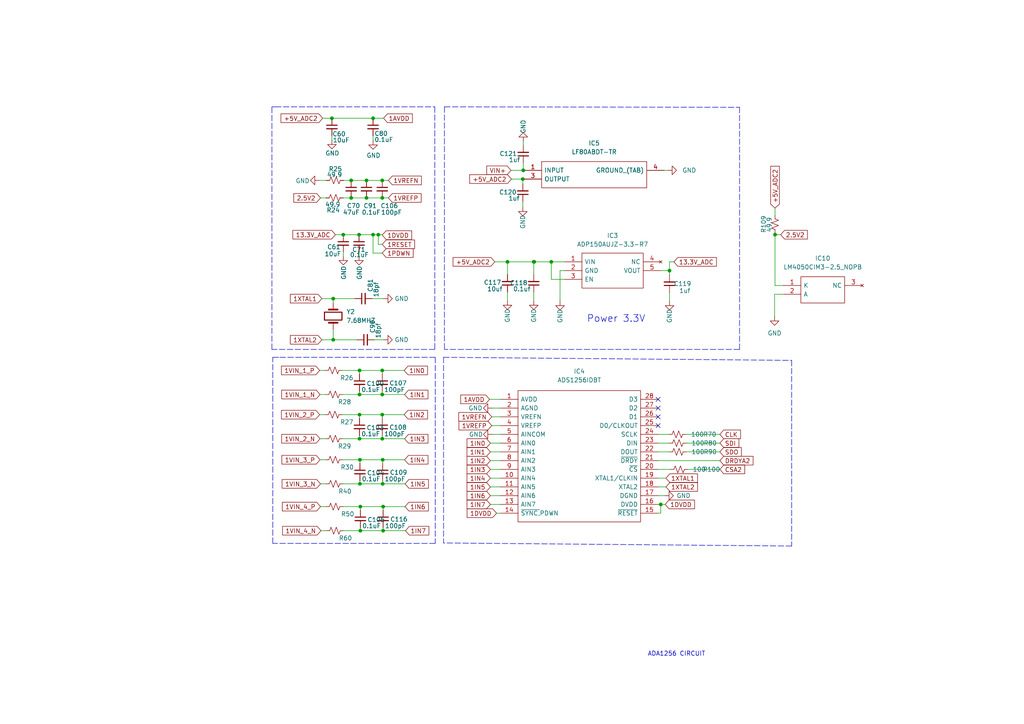
<source format=kicad_sch>
(kicad_sch (version 20211123) (generator eeschema)

  (uuid 63b76c45-3def-4645-a196-0779b6afcb35)

  (paper "A4")

  (lib_symbols
    (symbol "ADP150aUJZ:ADP150AUJZ-3.3-R7" (pin_names (offset 0.762)) (in_bom yes) (on_board yes)
      (property "Reference" "IC" (id 0) (at 24.13 7.62 0)
        (effects (font (size 1.27 1.27)) (justify left))
      )
      (property "Value" "ADP150AUJZ-3.3-R7" (id 1) (at 24.13 5.08 0)
        (effects (font (size 1.27 1.27)) (justify left))
      )
      (property "Footprint" "SOT95P280X100-5N" (id 2) (at 24.13 2.54 0)
        (effects (font (size 1.27 1.27)) (justify left) hide)
      )
      (property "Datasheet" "https://www.digikey.com/product-detail/en/analog-devices-inc/ADP150AUJZ-3.3-R7/ADP150AUJZ-3.3-R7CT-ND/2207505" (id 3) (at 24.13 0 0)
        (effects (font (size 1.27 1.27)) (justify left) hide)
      )
      (property "Description" "Ultralow Noise, 150 mA CMOS Linear Regulator" (id 4) (at 24.13 -2.54 0)
        (effects (font (size 1.27 1.27)) (justify left) hide)
      )
      (property "Height" "1" (id 5) (at 24.13 -5.08 0)
        (effects (font (size 1.27 1.27)) (justify left) hide)
      )
      (property "Manufacturer_Name" "Analog Devices" (id 6) (at 24.13 -7.62 0)
        (effects (font (size 1.27 1.27)) (justify left) hide)
      )
      (property "Manufacturer_Part_Number" "ADP150AUJZ-3.3-R7" (id 7) (at 24.13 -10.16 0)
        (effects (font (size 1.27 1.27)) (justify left) hide)
      )
      (property "Mouser Part Number" "N/A" (id 8) (at 24.13 -12.7 0)
        (effects (font (size 1.27 1.27)) (justify left) hide)
      )
      (property "Mouser Price/Stock" "https://www.mouser.com/Search/Refine.aspx?Keyword=N%2FA" (id 9) (at 24.13 -15.24 0)
        (effects (font (size 1.27 1.27)) (justify left) hide)
      )
      (property "Arrow Part Number" "ADP150AUJZ-3.3-R7" (id 10) (at 24.13 -17.78 0)
        (effects (font (size 1.27 1.27)) (justify left) hide)
      )
      (property "Arrow Price/Stock" "https://www.arrow.com/en/products/adp150aujz-3.3-r7/analog-devices?region=nac" (id 11) (at 24.13 -20.32 0)
        (effects (font (size 1.27 1.27)) (justify left) hide)
      )
      (property "ki_description" "Ultralow Noise, 150 mA CMOS Linear Regulator" (id 12) (at 0 0 0)
        (effects (font (size 1.27 1.27)) hide)
      )
      (symbol "ADP150AUJZ-3.3-R7_0_0"
        (pin passive line (at 0 0 0) (length 5.08)
          (name "VIN" (effects (font (size 1.27 1.27))))
          (number "1" (effects (font (size 1.27 1.27))))
        )
        (pin passive line (at 0 -2.54 0) (length 5.08)
          (name "GND" (effects (font (size 1.27 1.27))))
          (number "2" (effects (font (size 1.27 1.27))))
        )
        (pin passive line (at 0 -5.08 0) (length 5.08)
          (name "EN" (effects (font (size 1.27 1.27))))
          (number "3" (effects (font (size 1.27 1.27))))
        )
        (pin no_connect line (at 27.94 0 180) (length 5.08)
          (name "NC" (effects (font (size 1.27 1.27))))
          (number "4" (effects (font (size 1.27 1.27))))
        )
        (pin passive line (at 27.94 -2.54 180) (length 5.08)
          (name "VOUT" (effects (font (size 1.27 1.27))))
          (number "5" (effects (font (size 1.27 1.27))))
        )
      )
      (symbol "ADP150AUJZ-3.3-R7_0_1"
        (polyline
          (pts
            (xy 5.08 2.54)
            (xy 22.86 2.54)
            (xy 22.86 -7.62)
            (xy 5.08 -7.62)
            (xy 5.08 2.54)
          )
          (stroke (width 0.1524) (type default) (color 0 0 0 0))
          (fill (type none))
        )
      )
    )
    (symbol "ADS1256:ADS1256IDBT" (pin_names (offset 0.762)) (in_bom yes) (on_board yes)
      (property "Reference" "IC" (id 0) (at 41.91 7.62 0)
        (effects (font (size 1.27 1.27)) (justify left))
      )
      (property "Value" "ADS1256IDBT" (id 1) (at 41.91 5.08 0)
        (effects (font (size 1.27 1.27)) (justify left))
      )
      (property "Footprint" "SOP65P780X200-28N" (id 2) (at 41.91 2.54 0)
        (effects (font (size 1.27 1.27)) (justify left) hide)
      )
      (property "Datasheet" "http://componentsearchengine.com/Datasheets/3/ADS1256IDBT.pdf" (id 3) (at 41.91 0 0)
        (effects (font (size 1.27 1.27)) (justify left) hide)
      )
      (property "Description" "24-bit, 30kSPS, 8-Ch Delta-Sigma ADC with PGA for Factory Automation and Process Control" (id 4) (at 41.91 -2.54 0)
        (effects (font (size 1.27 1.27)) (justify left) hide)
      )
      (property "Height" "2" (id 5) (at 41.91 -5.08 0)
        (effects (font (size 1.27 1.27)) (justify left) hide)
      )
      (property "Manufacturer_Name" "Texas Instruments" (id 6) (at 41.91 -7.62 0)
        (effects (font (size 1.27 1.27)) (justify left) hide)
      )
      (property "Manufacturer_Part_Number" "ADS1256IDBT" (id 7) (at 41.91 -10.16 0)
        (effects (font (size 1.27 1.27)) (justify left) hide)
      )
      (property "Mouser Part Number" "595-ADS1256IDBT" (id 8) (at 41.91 -12.7 0)
        (effects (font (size 1.27 1.27)) (justify left) hide)
      )
      (property "Mouser Price/Stock" "https://www.mouser.co.uk/ProductDetail/Texas-Instruments/ADS1256IDBT?qs=RaXRGs7zCv7ohBVNWdKfTA%3D%3D" (id 9) (at 41.91 -15.24 0)
        (effects (font (size 1.27 1.27)) (justify left) hide)
      )
      (property "Arrow Part Number" "ADS1256IDBT" (id 10) (at 41.91 -17.78 0)
        (effects (font (size 1.27 1.27)) (justify left) hide)
      )
      (property "Arrow Price/Stock" "https://www.arrow.com/en/products/ads1256idbt/texas-instruments?region=nac" (id 11) (at 41.91 -20.32 0)
        (effects (font (size 1.27 1.27)) (justify left) hide)
      )
      (property "ki_description" "24-bit, 30kSPS, 8-Ch Delta-Sigma ADC with PGA for Factory Automation and Process Control" (id 12) (at 0 0 0)
        (effects (font (size 1.27 1.27)) hide)
      )
      (symbol "ADS1256IDBT_0_0"
        (pin passive line (at 0 0 0) (length 5.08)
          (name "AVDD" (effects (font (size 1.27 1.27))))
          (number "1" (effects (font (size 1.27 1.27))))
        )
        (pin passive line (at 0 -22.86 0) (length 5.08)
          (name "AIN4" (effects (font (size 1.27 1.27))))
          (number "10" (effects (font (size 1.27 1.27))))
        )
        (pin passive line (at 0 -25.4 0) (length 5.08)
          (name "AIN5" (effects (font (size 1.27 1.27))))
          (number "11" (effects (font (size 1.27 1.27))))
        )
        (pin passive line (at 0 -27.94 0) (length 5.08)
          (name "AIN6" (effects (font (size 1.27 1.27))))
          (number "12" (effects (font (size 1.27 1.27))))
        )
        (pin passive line (at 0 -30.48 0) (length 5.08)
          (name "AIN7" (effects (font (size 1.27 1.27))))
          (number "13" (effects (font (size 1.27 1.27))))
        )
        (pin passive line (at 0 -33.02 0) (length 5.08)
          (name "~{SYNC,}PDWN" (effects (font (size 1.27 1.27))))
          (number "14" (effects (font (size 1.27 1.27))))
        )
        (pin passive line (at 45.72 -33.02 180) (length 5.08)
          (name "~{RESET}" (effects (font (size 1.27 1.27))))
          (number "15" (effects (font (size 1.27 1.27))))
        )
        (pin passive line (at 45.72 -30.48 180) (length 5.08)
          (name "DVDD" (effects (font (size 1.27 1.27))))
          (number "16" (effects (font (size 1.27 1.27))))
        )
        (pin passive line (at 45.72 -27.94 180) (length 5.08)
          (name "DGND" (effects (font (size 1.27 1.27))))
          (number "17" (effects (font (size 1.27 1.27))))
        )
        (pin passive line (at 45.72 -25.4 180) (length 5.08)
          (name "XTAL2" (effects (font (size 1.27 1.27))))
          (number "18" (effects (font (size 1.27 1.27))))
        )
        (pin passive line (at 45.72 -22.86 180) (length 5.08)
          (name "XTAL1/CLKIN" (effects (font (size 1.27 1.27))))
          (number "19" (effects (font (size 1.27 1.27))))
        )
        (pin passive line (at 0 -2.54 0) (length 5.08)
          (name "AGND" (effects (font (size 1.27 1.27))))
          (number "2" (effects (font (size 1.27 1.27))))
        )
        (pin passive line (at 45.72 -20.32 180) (length 5.08)
          (name "~{CS}" (effects (font (size 1.27 1.27))))
          (number "20" (effects (font (size 1.27 1.27))))
        )
        (pin passive line (at 45.72 -17.78 180) (length 5.08)
          (name "~{DRDY}" (effects (font (size 1.27 1.27))))
          (number "21" (effects (font (size 1.27 1.27))))
        )
        (pin passive line (at 45.72 -15.24 180) (length 5.08)
          (name "DOUT" (effects (font (size 1.27 1.27))))
          (number "22" (effects (font (size 1.27 1.27))))
        )
        (pin passive line (at 45.72 -12.7 180) (length 5.08)
          (name "DIN" (effects (font (size 1.27 1.27))))
          (number "23" (effects (font (size 1.27 1.27))))
        )
        (pin passive line (at 45.72 -10.16 180) (length 5.08)
          (name "SCLK" (effects (font (size 1.27 1.27))))
          (number "24" (effects (font (size 1.27 1.27))))
        )
        (pin passive line (at 45.72 -7.62 180) (length 5.08)
          (name "D0/CLKOUT" (effects (font (size 1.27 1.27))))
          (number "25" (effects (font (size 1.27 1.27))))
        )
        (pin passive line (at 45.72 -5.08 180) (length 5.08)
          (name "D1" (effects (font (size 1.27 1.27))))
          (number "26" (effects (font (size 1.27 1.27))))
        )
        (pin passive line (at 45.72 -2.54 180) (length 5.08)
          (name "D2" (effects (font (size 1.27 1.27))))
          (number "27" (effects (font (size 1.27 1.27))))
        )
        (pin passive line (at 45.72 0 180) (length 5.08)
          (name "D3" (effects (font (size 1.27 1.27))))
          (number "28" (effects (font (size 1.27 1.27))))
        )
        (pin passive line (at 0 -5.08 0) (length 5.08)
          (name "VREFN" (effects (font (size 1.27 1.27))))
          (number "3" (effects (font (size 1.27 1.27))))
        )
        (pin passive line (at 0 -7.62 0) (length 5.08)
          (name "VREFP" (effects (font (size 1.27 1.27))))
          (number "4" (effects (font (size 1.27 1.27))))
        )
        (pin passive line (at 0 -10.16 0) (length 5.08)
          (name "AINCOM" (effects (font (size 1.27 1.27))))
          (number "5" (effects (font (size 1.27 1.27))))
        )
        (pin passive line (at 0 -12.7 0) (length 5.08)
          (name "AIN0" (effects (font (size 1.27 1.27))))
          (number "6" (effects (font (size 1.27 1.27))))
        )
        (pin passive line (at 0 -15.24 0) (length 5.08)
          (name "AIN1" (effects (font (size 1.27 1.27))))
          (number "7" (effects (font (size 1.27 1.27))))
        )
        (pin passive line (at 0 -17.78 0) (length 5.08)
          (name "AIN2" (effects (font (size 1.27 1.27))))
          (number "8" (effects (font (size 1.27 1.27))))
        )
        (pin passive line (at 0 -20.32 0) (length 5.08)
          (name "AIN3" (effects (font (size 1.27 1.27))))
          (number "9" (effects (font (size 1.27 1.27))))
        )
      )
      (symbol "ADS1256IDBT_0_1"
        (polyline
          (pts
            (xy 5.08 2.54)
            (xy 40.64 2.54)
            (xy 40.64 -35.56)
            (xy 5.08 -35.56)
            (xy 5.08 2.54)
          )
          (stroke (width 0.1524) (type default) (color 0 0 0 0))
          (fill (type none))
        )
      )
    )
    (symbol "Device:C_Small" (pin_numbers hide) (pin_names (offset 0.254) hide) (in_bom yes) (on_board yes)
      (property "Reference" "C" (id 0) (at 0.254 1.778 0)
        (effects (font (size 1.27 1.27)) (justify left))
      )
      (property "Value" "C_Small" (id 1) (at 0.254 -2.032 0)
        (effects (font (size 1.27 1.27)) (justify left))
      )
      (property "Footprint" "" (id 2) (at 0 0 0)
        (effects (font (size 1.27 1.27)) hide)
      )
      (property "Datasheet" "~" (id 3) (at 0 0 0)
        (effects (font (size 1.27 1.27)) hide)
      )
      (property "ki_keywords" "capacitor cap" (id 4) (at 0 0 0)
        (effects (font (size 1.27 1.27)) hide)
      )
      (property "ki_description" "Unpolarized capacitor, small symbol" (id 5) (at 0 0 0)
        (effects (font (size 1.27 1.27)) hide)
      )
      (property "ki_fp_filters" "C_*" (id 6) (at 0 0 0)
        (effects (font (size 1.27 1.27)) hide)
      )
      (symbol "C_Small_0_1"
        (polyline
          (pts
            (xy -1.524 -0.508)
            (xy 1.524 -0.508)
          )
          (stroke (width 0.3302) (type default) (color 0 0 0 0))
          (fill (type none))
        )
        (polyline
          (pts
            (xy -1.524 0.508)
            (xy 1.524 0.508)
          )
          (stroke (width 0.3048) (type default) (color 0 0 0 0))
          (fill (type none))
        )
      )
      (symbol "C_Small_1_1"
        (pin passive line (at 0 2.54 270) (length 2.032)
          (name "~" (effects (font (size 1.27 1.27))))
          (number "1" (effects (font (size 1.27 1.27))))
        )
        (pin passive line (at 0 -2.54 90) (length 2.032)
          (name "~" (effects (font (size 1.27 1.27))))
          (number "2" (effects (font (size 1.27 1.27))))
        )
      )
    )
    (symbol "Device:Crystal" (pin_numbers hide) (pin_names (offset 1.016) hide) (in_bom yes) (on_board yes)
      (property "Reference" "Y" (id 0) (at 0 3.81 0)
        (effects (font (size 1.27 1.27)))
      )
      (property "Value" "Crystal" (id 1) (at 0 -3.81 0)
        (effects (font (size 1.27 1.27)))
      )
      (property "Footprint" "" (id 2) (at 0 0 0)
        (effects (font (size 1.27 1.27)) hide)
      )
      (property "Datasheet" "~" (id 3) (at 0 0 0)
        (effects (font (size 1.27 1.27)) hide)
      )
      (property "ki_keywords" "quartz ceramic resonator oscillator" (id 4) (at 0 0 0)
        (effects (font (size 1.27 1.27)) hide)
      )
      (property "ki_description" "Two pin crystal" (id 5) (at 0 0 0)
        (effects (font (size 1.27 1.27)) hide)
      )
      (property "ki_fp_filters" "Crystal*" (id 6) (at 0 0 0)
        (effects (font (size 1.27 1.27)) hide)
      )
      (symbol "Crystal_0_1"
        (rectangle (start -1.143 2.54) (end 1.143 -2.54)
          (stroke (width 0.3048) (type default) (color 0 0 0 0))
          (fill (type none))
        )
        (polyline
          (pts
            (xy -2.54 0)
            (xy -1.905 0)
          )
          (stroke (width 0) (type default) (color 0 0 0 0))
          (fill (type none))
        )
        (polyline
          (pts
            (xy -1.905 -1.27)
            (xy -1.905 1.27)
          )
          (stroke (width 0.508) (type default) (color 0 0 0 0))
          (fill (type none))
        )
        (polyline
          (pts
            (xy 1.905 -1.27)
            (xy 1.905 1.27)
          )
          (stroke (width 0.508) (type default) (color 0 0 0 0))
          (fill (type none))
        )
        (polyline
          (pts
            (xy 2.54 0)
            (xy 1.905 0)
          )
          (stroke (width 0) (type default) (color 0 0 0 0))
          (fill (type none))
        )
      )
      (symbol "Crystal_1_1"
        (pin passive line (at -3.81 0 0) (length 1.27)
          (name "1" (effects (font (size 1.27 1.27))))
          (number "1" (effects (font (size 1.27 1.27))))
        )
        (pin passive line (at 3.81 0 180) (length 1.27)
          (name "2" (effects (font (size 1.27 1.27))))
          (number "2" (effects (font (size 1.27 1.27))))
        )
      )
    )
    (symbol "Device:R_Small_US" (pin_numbers hide) (pin_names (offset 0.254) hide) (in_bom yes) (on_board yes)
      (property "Reference" "R" (id 0) (at 0.762 0.508 0)
        (effects (font (size 1.27 1.27)) (justify left))
      )
      (property "Value" "R_Small_US" (id 1) (at 0.762 -1.016 0)
        (effects (font (size 1.27 1.27)) (justify left))
      )
      (property "Footprint" "" (id 2) (at 0 0 0)
        (effects (font (size 1.27 1.27)) hide)
      )
      (property "Datasheet" "~" (id 3) (at 0 0 0)
        (effects (font (size 1.27 1.27)) hide)
      )
      (property "ki_keywords" "r resistor" (id 4) (at 0 0 0)
        (effects (font (size 1.27 1.27)) hide)
      )
      (property "ki_description" "Resistor, small US symbol" (id 5) (at 0 0 0)
        (effects (font (size 1.27 1.27)) hide)
      )
      (property "ki_fp_filters" "R_*" (id 6) (at 0 0 0)
        (effects (font (size 1.27 1.27)) hide)
      )
      (symbol "R_Small_US_1_1"
        (polyline
          (pts
            (xy 0 0)
            (xy 1.016 -0.381)
            (xy 0 -0.762)
            (xy -1.016 -1.143)
            (xy 0 -1.524)
          )
          (stroke (width 0) (type default) (color 0 0 0 0))
          (fill (type none))
        )
        (polyline
          (pts
            (xy 0 1.524)
            (xy 1.016 1.143)
            (xy 0 0.762)
            (xy -1.016 0.381)
            (xy 0 0)
          )
          (stroke (width 0) (type default) (color 0 0 0 0))
          (fill (type none))
        )
        (pin passive line (at 0 2.54 270) (length 1.016)
          (name "~" (effects (font (size 1.27 1.27))))
          (number "1" (effects (font (size 1.27 1.27))))
        )
        (pin passive line (at 0 -2.54 90) (length 1.016)
          (name "~" (effects (font (size 1.27 1.27))))
          (number "2" (effects (font (size 1.27 1.27))))
        )
      )
    )
    (symbol "LF80ABDT:LF80ABDT-TR" (pin_names (offset 0.762)) (in_bom yes) (on_board yes)
      (property "Reference" "IC" (id 0) (at 36.83 7.62 0)
        (effects (font (size 1.27 1.27)) (justify left))
      )
      (property "Value" "LF80ABDT-TR" (id 1) (at 36.83 5.08 0)
        (effects (font (size 1.27 1.27)) (justify left))
      )
      (property "Footprint" "TO228P972X240-3N" (id 2) (at 36.83 2.54 0)
        (effects (font (size 1.27 1.27)) (justify left) hide)
      )
      (property "Datasheet" "http://www.st.com/st-web-ui/static/active/en/resource/technical/document/datasheet/CD00000546.pdf" (id 3) (at 36.83 0 0)
        (effects (font (size 1.27 1.27)) (justify left) hide)
      )
      (property "Description" "LF80ABDT-TR, Low Dropout Voltage Regulator, 0.5A, 8 V +/-1%, 3-Pin DPAK" (id 4) (at 36.83 -2.54 0)
        (effects (font (size 1.27 1.27)) (justify left) hide)
      )
      (property "Height" "2.4" (id 5) (at 36.83 -5.08 0)
        (effects (font (size 1.27 1.27)) (justify left) hide)
      )
      (property "Manufacturer_Name" "STMicroelectronics" (id 6) (at 36.83 -7.62 0)
        (effects (font (size 1.27 1.27)) (justify left) hide)
      )
      (property "Manufacturer_Part_Number" "LF80ABDT-TR" (id 7) (at 36.83 -10.16 0)
        (effects (font (size 1.27 1.27)) (justify left) hide)
      )
      (property "Mouser Part Number" "511-LF80ABDT-TR" (id 8) (at 36.83 -12.7 0)
        (effects (font (size 1.27 1.27)) (justify left) hide)
      )
      (property "Mouser Price/Stock" "https://www.mouser.co.uk/ProductDetail/STMicroelectronics/LF80ABDT-TR?qs=rQxjsk9FJaKqWqynhzWMLQ%3D%3D" (id 9) (at 36.83 -15.24 0)
        (effects (font (size 1.27 1.27)) (justify left) hide)
      )
      (property "Arrow Part Number" "LF80ABDT-TR" (id 10) (at 36.83 -17.78 0)
        (effects (font (size 1.27 1.27)) (justify left) hide)
      )
      (property "Arrow Price/Stock" "https://www.arrow.com/en/products/lf80abdt-tr/stmicroelectronics?region=nac" (id 11) (at 36.83 -20.32 0)
        (effects (font (size 1.27 1.27)) (justify left) hide)
      )
      (property "ki_description" "LF80ABDT-TR, Low Dropout Voltage Regulator, 0.5A, 8 V +/-1%, 3-Pin DPAK" (id 12) (at 0 0 0)
        (effects (font (size 1.27 1.27)) hide)
      )
      (symbol "LF80ABDT-TR_0_0"
        (pin input line (at 0 0 0) (length 5.08)
          (name "INPUT" (effects (font (size 1.27 1.27))))
          (number "1" (effects (font (size 1.27 1.27))))
        )
        (pin output line (at 0 -2.54 0) (length 5.08)
          (name "OUTPUT" (effects (font (size 1.27 1.27))))
          (number "3" (effects (font (size 1.27 1.27))))
        )
        (pin passive line (at 40.64 0 180) (length 5.08)
          (name "GROUND_(TAB)" (effects (font (size 1.27 1.27))))
          (number "4" (effects (font (size 1.27 1.27))))
        )
      )
      (symbol "LF80ABDT-TR_0_1"
        (polyline
          (pts
            (xy 5.08 2.54)
            (xy 35.56 2.54)
            (xy 35.56 -5.08)
            (xy 5.08 -5.08)
            (xy 5.08 2.54)
          )
          (stroke (width 0.1524) (type default) (color 0 0 0 0))
          (fill (type none))
        )
      )
    )
    (symbol "lm4050:LM4050CIM3-2.5_NOPB" (pin_names (offset 0.762)) (in_bom yes) (on_board yes)
      (property "Reference" "IC" (id 0) (at 19.05 7.62 0)
        (effects (font (size 1.27 1.27)) (justify left))
      )
      (property "Value" "LM4050CIM3-2.5_NOPB" (id 1) (at 19.05 5.08 0)
        (effects (font (size 1.27 1.27)) (justify left))
      )
      (property "Footprint" "SOT95P237X112-3N" (id 2) (at 19.05 2.54 0)
        (effects (font (size 1.27 1.27)) (justify left) hide)
      )
      (property "Datasheet" "http://www.ti.com/lit/gpn/lm4050-n" (id 3) (at 19.05 0 0)
        (effects (font (size 1.27 1.27)) (justify left) hide)
      )
      (property "Description" "50ppm/C Precision Micropower Shunt Voltage Reference" (id 4) (at 19.05 -2.54 0)
        (effects (font (size 1.27 1.27)) (justify left) hide)
      )
      (property "Height" "1.12" (id 5) (at 19.05 -5.08 0)
        (effects (font (size 1.27 1.27)) (justify left) hide)
      )
      (property "Manufacturer_Name" "Texas Instruments" (id 6) (at 19.05 -7.62 0)
        (effects (font (size 1.27 1.27)) (justify left) hide)
      )
      (property "Manufacturer_Part_Number" "LM4050CIM3-2.5/NOPB" (id 7) (at 19.05 -10.16 0)
        (effects (font (size 1.27 1.27)) (justify left) hide)
      )
      (property "Mouser Part Number" "926-LM4050CIM325NOPB" (id 8) (at 19.05 -12.7 0)
        (effects (font (size 1.27 1.27)) (justify left) hide)
      )
      (property "Mouser Price/Stock" "https://www.mouser.co.uk/ProductDetail/Texas-Instruments/LM4050CIM3-25-NOPB?qs=QbsRYf82W3GLOSrwztE2%252BA%3D%3D" (id 9) (at 19.05 -15.24 0)
        (effects (font (size 1.27 1.27)) (justify left) hide)
      )
      (property "Arrow Part Number" "LM4050CIM3-2.5/NOPB" (id 10) (at 19.05 -17.78 0)
        (effects (font (size 1.27 1.27)) (justify left) hide)
      )
      (property "Arrow Price/Stock" "https://www.arrow.com/en/products/lm4050cim3-2.5nopb/texas-instruments?region=nac" (id 11) (at 19.05 -20.32 0)
        (effects (font (size 1.27 1.27)) (justify left) hide)
      )
      (property "Mouser Testing Part Number" "" (id 12) (at 19.05 -22.86 0)
        (effects (font (size 1.27 1.27)) (justify left) hide)
      )
      (property "Mouser Testing Price/Stock" "" (id 13) (at 19.05 -25.4 0)
        (effects (font (size 1.27 1.27)) (justify left) hide)
      )
      (symbol "LM4050CIM3-2.5_NOPB_0_0"
        (pin passive line (at 0 0 0) (length 5.08)
          (name "K" (effects (font (size 1.27 1.27))))
          (number "1" (effects (font (size 1.27 1.27))))
        )
        (pin passive line (at 0 -2.54 0) (length 5.08)
          (name "A" (effects (font (size 1.27 1.27))))
          (number "2" (effects (font (size 1.27 1.27))))
        )
        (pin no_connect line (at 22.86 0 180) (length 5.08)
          (name "NC" (effects (font (size 1.27 1.27))))
          (number "3" (effects (font (size 1.27 1.27))))
        )
      )
      (symbol "LM4050CIM3-2.5_NOPB_0_1"
        (polyline
          (pts
            (xy 5.08 2.54)
            (xy 17.78 2.54)
            (xy 17.78 -5.08)
            (xy 5.08 -5.08)
            (xy 5.08 2.54)
          )
          (stroke (width 0.1524) (type default) (color 0 0 0 0))
          (fill (type none))
        )
      )
    )
    (symbol "power:GND" (power) (pin_names (offset 0)) (in_bom yes) (on_board yes)
      (property "Reference" "#PWR" (id 0) (at 0 -6.35 0)
        (effects (font (size 1.27 1.27)) hide)
      )
      (property "Value" "GND" (id 1) (at 0 -3.81 0)
        (effects (font (size 1.27 1.27)))
      )
      (property "Footprint" "" (id 2) (at 0 0 0)
        (effects (font (size 1.27 1.27)) hide)
      )
      (property "Datasheet" "" (id 3) (at 0 0 0)
        (effects (font (size 1.27 1.27)) hide)
      )
      (property "ki_keywords" "power-flag" (id 4) (at 0 0 0)
        (effects (font (size 1.27 1.27)) hide)
      )
      (property "ki_description" "Power symbol creates a global label with name \"GND\" , ground" (id 5) (at 0 0 0)
        (effects (font (size 1.27 1.27)) hide)
      )
      (symbol "GND_0_1"
        (polyline
          (pts
            (xy 0 0)
            (xy 0 -1.27)
            (xy 1.27 -1.27)
            (xy 0 -2.54)
            (xy -1.27 -1.27)
            (xy 0 -1.27)
          )
          (stroke (width 0) (type default) (color 0 0 0 0))
          (fill (type none))
        )
      )
      (symbol "GND_1_1"
        (pin power_in line (at 0 0 270) (length 0) hide
          (name "GND" (effects (font (size 1.27 1.27))))
          (number "1" (effects (font (size 1.27 1.27))))
        )
      )
    )
  )

  (junction (at 154.813 75.946) (diameter 0) (color 0 0 0 0)
    (uuid 02122bfd-b348-4dfe-8d52-d8c1775c2d9e)
  )
  (junction (at 101.854 57.404) (diameter 0) (color 0 0 0 0)
    (uuid 150644dc-685b-4a6b-afb7-d6abcb973e61)
  )
  (junction (at 96.266 34.29) (diameter 0) (color 0 0 0 0)
    (uuid 1723e57e-94ce-4e1e-bfdb-cf0d3889da2e)
  )
  (junction (at 96.647 98.552) (diameter 0) (color 0 0 0 0)
    (uuid 1ba6efeb-6e24-4109-88fa-ffd3ae89ffdb)
  )
  (junction (at 109.728 68.072) (diameter 0) (color 0 0 0 0)
    (uuid 23aaadee-1a4a-4e0b-a180-96434f1fec1f)
  )
  (junction (at 106.299 57.404) (diameter 0) (color 0 0 0 0)
    (uuid 29adad09-e243-429c-93b0-9120ed6e1932)
  )
  (junction (at 110.998 133.35) (diameter 0) (color 0 0 0 0)
    (uuid 3bdf1870-17f7-4217-8ebb-ff363493c0ab)
  )
  (junction (at 147.193 75.946) (diameter 0) (color 0 0 0 0)
    (uuid 3e834003-2422-402f-8a8b-4cb9326e7c03)
  )
  (junction (at 110.871 57.404) (diameter 0) (color 0 0 0 0)
    (uuid 4238f2bb-633f-47f3-96f7-4f5ce6d5e5a0)
  )
  (junction (at 159.893 75.946) (diameter 0) (color 0 0 0 0)
    (uuid 47a0d1c8-c941-4342-8dae-708c35df9903)
  )
  (junction (at 110.871 52.324) (diameter 0) (color 0 0 0 0)
    (uuid 4c7f8581-2ea0-4503-bcef-e3edff679517)
  )
  (junction (at 101.854 52.324) (diameter 0) (color 0 0 0 0)
    (uuid 536f8452-6db3-4442-a8c4-dc2ad1a8ef58)
  )
  (junction (at 194.183 78.486) (diameter 0) (color 0 0 0 0)
    (uuid 5b23c75a-a9c1-41cd-8d09-04180720a1d9)
  )
  (junction (at 110.871 120.269) (diameter 0) (color 0 0 0 0)
    (uuid 5db534c3-7832-4316-866d-37ad8e221a82)
  )
  (junction (at 104.267 127.254) (diameter 0) (color 0 0 0 0)
    (uuid 5e3176f1-00ea-464b-a04b-dcb9c6b56db4)
  )
  (junction (at 96.647 86.614) (diameter 0) (color 0 0 0 0)
    (uuid 61574c3a-4ea3-414b-becc-37b83e2742d3)
  )
  (junction (at 191.643 146.304) (diameter 0) (color 0 0 0 0)
    (uuid 65bb7548-4cb5-41c1-806a-28e0a775dadf)
  )
  (junction (at 104.267 107.442) (diameter 0) (color 0 0 0 0)
    (uuid 68d1c5c7-feee-4239-9d2e-b6021207a61e)
  )
  (junction (at 110.871 127.254) (diameter 0) (color 0 0 0 0)
    (uuid 68f3ac01-9c11-4048-8bb3-9be79470a001)
  )
  (junction (at 106.299 52.324) (diameter 0) (color 0 0 0 0)
    (uuid 69f0dd77-6a61-496c-ba6b-3c85f246238d)
  )
  (junction (at 108.204 34.29) (diameter 0) (color 0 0 0 0)
    (uuid 6d9c35c0-729b-427a-8040-3617a5606062)
  )
  (junction (at 104.394 140.335) (diameter 0) (color 0 0 0 0)
    (uuid 7e5b84c1-f582-4c62-90b6-24ee514cbe27)
  )
  (junction (at 111.125 153.924) (diameter 0) (color 0 0 0 0)
    (uuid 84621cbb-aa50-40ab-867c-f3ceb2973386)
  )
  (junction (at 104.14 68.072) (diameter 0) (color 0 0 0 0)
    (uuid 88cf8759-a774-49f5-bc20-0871f448c9a2)
  )
  (junction (at 110.998 140.335) (diameter 0) (color 0 0 0 0)
    (uuid 8ceda63f-9506-4b27-b4db-6c537e3a5c32)
  )
  (junction (at 99.568 68.072) (diameter 0) (color 0 0 0 0)
    (uuid ab68d4e7-8b93-453f-8990-0938fb743a1b)
  )
  (junction (at 154.94 75.946) (diameter 0) (color 0 0 0 0)
    (uuid b7408cb9-43d2-4ca7-8bb6-64812bff6a84)
  )
  (junction (at 104.521 146.939) (diameter 0) (color 0 0 0 0)
    (uuid c3db1d07-13e3-4a2e-8483-642990ace295)
  )
  (junction (at 111.125 146.939) (diameter 0) (color 0 0 0 0)
    (uuid d2f9869b-e834-40b5-a510-27a4426d28f2)
  )
  (junction (at 151.638 51.943) (diameter 0) (color 0 0 0 0)
    (uuid d4bd748d-0a16-485b-80d6-d3f38d97e90b)
  )
  (junction (at 104.267 120.269) (diameter 0) (color 0 0 0 0)
    (uuid d711126c-9a36-4f69-94b8-dbd4f90ea45e)
  )
  (junction (at 104.394 133.35) (diameter 0) (color 0 0 0 0)
    (uuid dadc26d7-5c44-475e-a771-f1a1738b4483)
  )
  (junction (at 108.204 68.072) (diameter 0) (color 0 0 0 0)
    (uuid e0887167-8590-4515-900b-6c51f2e1a3fc)
  )
  (junction (at 104.267 114.427) (diameter 0) (color 0 0 0 0)
    (uuid e2f0cb47-3bd3-4816-a4f6-01668b5a0a89)
  )
  (junction (at 104.521 153.924) (diameter 0) (color 0 0 0 0)
    (uuid e60cd1ed-a1f6-47a6-9de7-39fe454ca384)
  )
  (junction (at 151.765 49.403) (diameter 0) (color 0 0 0 0)
    (uuid e8c9704e-42a8-4a4c-8530-55231ecf30a3)
  )
  (junction (at 110.871 114.427) (diameter 0) (color 0 0 0 0)
    (uuid e98183a5-5486-474e-ac29-3fb6545f6aa2)
  )
  (junction (at 224.79 68.072) (diameter 0) (color 0 0 0 0)
    (uuid ee044491-90e8-4b34-ae4b-28fd7a821fb8)
  )
  (junction (at 110.871 107.442) (diameter 0) (color 0 0 0 0)
    (uuid fffe5f1a-eae4-4bbd-bc4a-ef7e59b524f7)
  )

  (no_connect (at 190.881 123.444) (uuid ccad3536-0a2e-468b-a1e9-0c2622147d82))
  (no_connect (at 190.881 118.364) (uuid ccad3536-0a2e-468b-a1e9-0c2622147d83))
  (no_connect (at 190.881 120.904) (uuid ccad3536-0a2e-468b-a1e9-0c2622147d84))
  (no_connect (at 190.881 115.824) (uuid ccad3536-0a2e-468b-a1e9-0c2622147d85))

  (wire (pts (xy 110.871 126.365) (xy 110.871 127.254))
    (stroke (width 0) (type default) (color 0 0 0 0))
    (uuid 0163305b-d5be-4c22-b8e6-0f646714bd2a)
  )
  (wire (pts (xy 108.204 34.29) (xy 111.252 34.29))
    (stroke (width 0) (type default) (color 0 0 0 0))
    (uuid 01d9c855-4cbe-4919-934e-61f4f1a79bf7)
  )
  (wire (pts (xy 104.521 153.924) (xy 111.125 153.924))
    (stroke (width 0) (type default) (color 0 0 0 0))
    (uuid 02abfdbc-6055-480e-9641-0a26d50e8c27)
  )
  (wire (pts (xy 107.95 86.614) (xy 111.252 86.614))
    (stroke (width 0) (type default) (color 0 0 0 0))
    (uuid 0349be3a-f328-4d64-9052-37dcdd048ccd)
  )
  (wire (pts (xy 194.183 78.486) (xy 191.643 78.486))
    (stroke (width 0) (type default) (color 0 0 0 0))
    (uuid 05bdb85b-a27f-4d41-9c1f-952cae737ed8)
  )
  (wire (pts (xy 104.267 127.254) (xy 110.871 127.254))
    (stroke (width 0) (type default) (color 0 0 0 0))
    (uuid 06c5a8c0-de1a-43ad-94a3-b7cfa74dde1e)
  )
  (polyline (pts (xy 128.905 30.988) (xy 214.503 31.115))
    (stroke (width 0) (type default) (color 0 0 0 0))
    (uuid 07af966c-1192-4ba7-b49a-ca0df821e531)
  )

  (wire (pts (xy 109.728 68.072) (xy 110.871 68.072))
    (stroke (width 0) (type default) (color 0 0 0 0))
    (uuid 0b0503f8-3ca5-4d29-96a7-f1fcdfde7ae1)
  )
  (wire (pts (xy 104.521 147.955) (xy 104.521 146.939))
    (stroke (width 0) (type default) (color 0 0 0 0))
    (uuid 0c644ad4-5d82-463f-a212-1cbffd99cf32)
  )
  (wire (pts (xy 142.748 125.984) (xy 145.161 125.984))
    (stroke (width 0) (type default) (color 0 0 0 0))
    (uuid 0d8b300a-6686-4011-8831-462b2e43aa2b)
  )
  (wire (pts (xy 104.394 140.335) (xy 104.394 139.446))
    (stroke (width 0) (type default) (color 0 0 0 0))
    (uuid 0e4a5e64-e339-4f2c-9051-1c9a4477777a)
  )
  (wire (pts (xy 163.703 81.026) (xy 159.893 81.026))
    (stroke (width 0) (type default) (color 0 0 0 0))
    (uuid 0eb0d714-83d6-47ac-9019-4d03b963a0aa)
  )
  (wire (pts (xy 191.643 146.304) (xy 192.913 146.304))
    (stroke (width 0) (type default) (color 0 0 0 0))
    (uuid 0f97fb8c-9825-41e4-ba4b-2c98f591e983)
  )
  (wire (pts (xy 104.267 107.442) (xy 99.314 107.442))
    (stroke (width 0) (type default) (color 0 0 0 0))
    (uuid 145f388c-0a57-4693-931e-e6c94c7f3aff)
  )
  (wire (pts (xy 99.568 68.072) (xy 104.14 68.072))
    (stroke (width 0) (type default) (color 0 0 0 0))
    (uuid 14948a8f-7635-4b99-ae2f-3511cef71db4)
  )
  (wire (pts (xy 111.125 153.035) (xy 111.125 153.924))
    (stroke (width 0) (type default) (color 0 0 0 0))
    (uuid 156d2262-d56d-460c-aa27-c6ea0039f7be)
  )
  (wire (pts (xy 99.441 127.254) (xy 104.267 127.254))
    (stroke (width 0) (type default) (color 0 0 0 0))
    (uuid 1621964a-246b-4c16-a088-091994cf76de)
  )
  (wire (pts (xy 154.94 75.946) (xy 159.893 75.946))
    (stroke (width 0) (type default) (color 0 0 0 0))
    (uuid 18047550-d935-44c0-b0dc-52a84cdaf0d0)
  )
  (wire (pts (xy 142.24 138.684) (xy 145.161 138.684))
    (stroke (width 0) (type default) (color 0 0 0 0))
    (uuid 18cd6953-a5c5-4d8e-91ef-114a0298a85d)
  )
  (wire (pts (xy 142.24 131.064) (xy 145.161 131.064))
    (stroke (width 0) (type default) (color 0 0 0 0))
    (uuid 192dcc6d-f3f8-4fcd-aa1a-b469e05edaf7)
  )
  (wire (pts (xy 110.998 134.366) (xy 110.998 133.35))
    (stroke (width 0) (type default) (color 0 0 0 0))
    (uuid 1aa811f4-f3b3-453c-a0c0-a17f288829b5)
  )
  (wire (pts (xy 93.345 98.552) (xy 96.647 98.552))
    (stroke (width 0) (type default) (color 0 0 0 0))
    (uuid 1b4ef6c4-2a9d-4487-800c-f58b6dc79b13)
  )
  (wire (pts (xy 224.79 68.072) (xy 224.79 82.804))
    (stroke (width 0) (type default) (color 0 0 0 0))
    (uuid 1c0efff6-c5b2-41fb-8f94-9c2231a1b4a7)
  )
  (wire (pts (xy 224.79 67.564) (xy 224.79 68.072))
    (stroke (width 0) (type default) (color 0 0 0 0))
    (uuid 206ea55e-0a85-4258-8787-6ef9a904c63c)
  )
  (polyline (pts (xy 214.503 101.346) (xy 128.905 101.346))
    (stroke (width 0) (type default) (color 0 0 0 0))
    (uuid 23892cb5-9942-4823-98a2-a8f8752b3b74)
  )

  (wire (pts (xy 159.893 81.026) (xy 159.893 75.946))
    (stroke (width 0) (type default) (color 0 0 0 0))
    (uuid 2620807d-d2c1-4221-9119-8436f3ef175b)
  )
  (wire (pts (xy 106.299 57.404) (xy 110.871 57.404))
    (stroke (width 0) (type default) (color 0 0 0 0))
    (uuid 275f08c6-7d31-4184-ab4c-c7628b74f7c9)
  )
  (wire (pts (xy 147.193 84.709) (xy 147.193 87.249))
    (stroke (width 0) (type default) (color 0 0 0 0))
    (uuid 279a38b1-c9f4-4dac-a2a8-a96d852ee23d)
  )
  (wire (pts (xy 92.837 127.254) (xy 94.361 127.254))
    (stroke (width 0) (type default) (color 0 0 0 0))
    (uuid 2a952b4b-894a-4266-8801-46acb286a59a)
  )
  (wire (pts (xy 99.568 57.404) (xy 101.854 57.404))
    (stroke (width 0) (type default) (color 0 0 0 0))
    (uuid 2bce1411-f48c-4a02-9bfb-7eecf71a96df)
  )
  (wire (pts (xy 99.441 114.427) (xy 104.267 114.427))
    (stroke (width 0) (type default) (color 0 0 0 0))
    (uuid 2e7386c3-6288-4f6a-b28c-01e743769aa8)
  )
  (wire (pts (xy 92.71 107.442) (xy 94.234 107.442))
    (stroke (width 0) (type default) (color 0 0 0 0))
    (uuid 30c092c9-5756-4999-a2cc-f54f2bd4fa76)
  )
  (wire (pts (xy 97.282 68.072) (xy 99.568 68.072))
    (stroke (width 0) (type default) (color 0 0 0 0))
    (uuid 31e7305e-d9dd-48f3-878c-12fe52da0c82)
  )
  (wire (pts (xy 151.638 58.42) (xy 151.638 60.071))
    (stroke (width 0) (type default) (color 0 0 0 0))
    (uuid 3283093e-8011-4737-ae9e-26189cfb9e47)
  )
  (wire (pts (xy 104.267 127.254) (xy 104.267 126.365))
    (stroke (width 0) (type default) (color 0 0 0 0))
    (uuid 32f1e8c0-38da-4ba7-8e8b-87cc2261675e)
  )
  (wire (pts (xy 110.871 121.285) (xy 110.871 120.269))
    (stroke (width 0) (type default) (color 0 0 0 0))
    (uuid 34a2391b-8398-482f-8d20-4735cdc372ff)
  )
  (wire (pts (xy 96.266 34.29) (xy 108.204 34.29))
    (stroke (width 0) (type default) (color 0 0 0 0))
    (uuid 34a2db38-81f9-466f-8768-250097ede4ac)
  )
  (wire (pts (xy 190.881 136.144) (xy 194.437 136.144))
    (stroke (width 0) (type default) (color 0 0 0 0))
    (uuid 3589f18c-bb5e-4e4b-97e1-339699bf930c)
  )
  (wire (pts (xy 108.204 39.37) (xy 108.204 40.767))
    (stroke (width 0) (type default) (color 0 0 0 0))
    (uuid 35ef41b0-6bcd-4ffb-b654-d112dd050dc2)
  )
  (wire (pts (xy 162.433 87.376) (xy 162.433 78.486))
    (stroke (width 0) (type default) (color 0 0 0 0))
    (uuid 3b04bee1-f3ad-4929-9035-8204c4e76da4)
  )
  (wire (pts (xy 159.893 75.946) (xy 163.703 75.946))
    (stroke (width 0) (type default) (color 0 0 0 0))
    (uuid 3b4bd7d2-439b-497b-9cdd-392defdd10f4)
  )
  (wire (pts (xy 110.871 114.427) (xy 117.348 114.427))
    (stroke (width 0) (type default) (color 0 0 0 0))
    (uuid 3c11c33c-21c5-4acd-bbec-3fba6f9ffea0)
  )
  (polyline (pts (xy 214.503 31.115) (xy 214.503 101.346))
    (stroke (width 0) (type default) (color 0 0 0 0))
    (uuid 3ca3ace1-a25a-477e-8029-def7ddde9fc7)
  )

  (wire (pts (xy 96.647 98.552) (xy 103.505 98.552))
    (stroke (width 0) (type default) (color 0 0 0 0))
    (uuid 3cb3f375-4566-41bd-b284-c12b54304c55)
  )
  (wire (pts (xy 190.881 128.524) (xy 194.056 128.524))
    (stroke (width 0) (type default) (color 0 0 0 0))
    (uuid 3e8880b0-80e0-4b26-b544-718a5427c351)
  )
  (wire (pts (xy 96.266 39.37) (xy 96.266 40.64))
    (stroke (width 0) (type default) (color 0 0 0 0))
    (uuid 3e956fc3-9eae-4635-a1b1-503a0ef3303f)
  )
  (wire (pts (xy 199.136 128.524) (xy 208.788 128.524))
    (stroke (width 0) (type default) (color 0 0 0 0))
    (uuid 3fab1c2d-085d-4857-82aa-5fdaf05592a8)
  )
  (wire (pts (xy 104.394 140.335) (xy 110.998 140.335))
    (stroke (width 0) (type default) (color 0 0 0 0))
    (uuid 3ffa837a-a434-4df4-99d3-d157492a8be4)
  )
  (wire (pts (xy 144.018 148.844) (xy 145.161 148.844))
    (stroke (width 0) (type default) (color 0 0 0 0))
    (uuid 43182755-6cda-4955-a500-38a505a25588)
  )
  (wire (pts (xy 110.871 68.072) (xy 110.871 68.199))
    (stroke (width 0) (type default) (color 0 0 0 0))
    (uuid 45cf6250-9563-413b-85ee-74b894119e31)
  )
  (wire (pts (xy 106.299 52.324) (xy 110.871 52.324))
    (stroke (width 0) (type default) (color 0 0 0 0))
    (uuid 465c0425-9886-4f66-b1fd-148de33c0873)
  )
  (wire (pts (xy 108.585 98.552) (xy 111.252 98.552))
    (stroke (width 0) (type default) (color 0 0 0 0))
    (uuid 4bf2c38e-c35e-44a3-b93a-8a8f77e6d5e3)
  )
  (wire (pts (xy 224.79 60.325) (xy 224.79 62.484))
    (stroke (width 0) (type default) (color 0 0 0 0))
    (uuid 4dd1dd64-8d30-44a0-9948-0259b882d5e3)
  )
  (wire (pts (xy 151.638 51.943) (xy 152.019 51.943))
    (stroke (width 0) (type default) (color 0 0 0 0))
    (uuid 4edfc28f-9fc8-4dd4-87ac-3fc0af0e4955)
  )
  (wire (pts (xy 141.986 115.824) (xy 145.161 115.824))
    (stroke (width 0) (type default) (color 0 0 0 0))
    (uuid 50ac27aa-b9fd-4bf2-9dcd-adc164519f46)
  )
  (wire (pts (xy 151.765 47.244) (xy 151.765 49.403))
    (stroke (width 0) (type default) (color 0 0 0 0))
    (uuid 52600747-8c57-4cf6-90aa-85add6cf330e)
  )
  (polyline (pts (xy 79.121 157.607) (xy 79.121 103.632))
    (stroke (width 0) (type default) (color 0 0 0 0))
    (uuid 55e70c99-5be0-4bcb-8500-bda4c9cac063)
  )

  (wire (pts (xy 92.71 120.269) (xy 94.234 120.269))
    (stroke (width 0) (type default) (color 0 0 0 0))
    (uuid 56ab93af-f242-484c-84b7-e1e04673efaa)
  )
  (wire (pts (xy 162.433 78.486) (xy 163.703 78.486))
    (stroke (width 0) (type default) (color 0 0 0 0))
    (uuid 57b21ec0-e123-4ebf-bc75-c8ce70026f9c)
  )
  (polyline (pts (xy 126.111 30.988) (xy 126.111 101.346))
    (stroke (width 0) (type default) (color 0 0 0 0))
    (uuid 590d46ac-7cfd-4f18-a452-0267b25826ef)
  )

  (wire (pts (xy 101.854 57.404) (xy 106.299 57.404))
    (stroke (width 0) (type default) (color 0 0 0 0))
    (uuid 5c47e472-0f67-4d30-bec7-dd086a4fc455)
  )
  (wire (pts (xy 194.183 84.836) (xy 194.183 87.376))
    (stroke (width 0) (type default) (color 0 0 0 0))
    (uuid 5c5ca023-34ca-4639-b912-23f5e3d39f28)
  )
  (wire (pts (xy 199.517 136.144) (xy 208.788 136.144))
    (stroke (width 0) (type default) (color 0 0 0 0))
    (uuid 5ec8e662-fdcf-404e-9e37-4d37fcac23de)
  )
  (wire (pts (xy 190.881 143.764) (xy 192.786 143.764))
    (stroke (width 0) (type default) (color 0 0 0 0))
    (uuid 5fdd1a0e-02cc-45be-92c0-1b0aaca4c589)
  )
  (wire (pts (xy 92.964 140.335) (xy 94.488 140.335))
    (stroke (width 0) (type default) (color 0 0 0 0))
    (uuid 634f7eff-109b-4a4d-adbf-53f09bc2740f)
  )
  (wire (pts (xy 96.647 87.884) (xy 96.647 86.614))
    (stroke (width 0) (type default) (color 0 0 0 0))
    (uuid 652100d1-ef92-47ae-bb66-a9c512aadf95)
  )
  (wire (pts (xy 104.14 68.072) (xy 108.204 68.072))
    (stroke (width 0) (type default) (color 0 0 0 0))
    (uuid 65b2e52d-9d71-4a1f-a2f6-73211a926abc)
  )
  (wire (pts (xy 111.125 147.955) (xy 111.125 146.939))
    (stroke (width 0) (type default) (color 0 0 0 0))
    (uuid 669d5e87-13d3-4eee-a9d9-9ce7cd50912d)
  )
  (wire (pts (xy 110.871 120.269) (xy 104.267 120.269))
    (stroke (width 0) (type default) (color 0 0 0 0))
    (uuid 66db42c2-01bd-43a7-aaa3-28c11548ccee)
  )
  (wire (pts (xy 110.871 108.458) (xy 110.871 107.442))
    (stroke (width 0) (type default) (color 0 0 0 0))
    (uuid 686223a3-240a-4148-afe0-2ee625284133)
  )
  (wire (pts (xy 142.24 143.764) (xy 145.161 143.764))
    (stroke (width 0) (type default) (color 0 0 0 0))
    (uuid 6b34d6de-e29a-4245-a99a-63350edfe33f)
  )
  (wire (pts (xy 110.871 70.866) (xy 109.728 70.866))
    (stroke (width 0) (type default) (color 0 0 0 0))
    (uuid 6bb082b6-2fbf-43a9-8c09-ae0ded2153f5)
  )
  (polyline (pts (xy 126.111 101.346) (xy 78.867 101.346))
    (stroke (width 0) (type default) (color 0 0 0 0))
    (uuid 6c0b7f4e-3a1d-4375-8f2a-7b9e1b0543f5)
  )

  (wire (pts (xy 142.621 120.904) (xy 145.161 120.904))
    (stroke (width 0) (type default) (color 0 0 0 0))
    (uuid 6dc0a2a1-5e6a-4b71-addc-e5bb43968501)
  )
  (wire (pts (xy 227.203 85.344) (xy 224.663 85.344))
    (stroke (width 0) (type default) (color 0 0 0 0))
    (uuid 6e89d56e-f1cf-42b5-b947-c508745282f9)
  )
  (polyline (pts (xy 126.238 157.607) (xy 79.121 157.607))
    (stroke (width 0) (type default) (color 0 0 0 0))
    (uuid 6f6c60d0-449d-49bf-a3e6-7e2d37ac613b)
  )

  (wire (pts (xy 190.881 141.224) (xy 193.167 141.224))
    (stroke (width 0) (type default) (color 0 0 0 0))
    (uuid 6fdebaca-b7ae-49f7-9f1f-e8df89c981c5)
  )
  (wire (pts (xy 110.871 120.269) (xy 117.221 120.269))
    (stroke (width 0) (type default) (color 0 0 0 0))
    (uuid 7043e7cb-370a-4c6f-8ed1-8c2ed7151697)
  )
  (wire (pts (xy 110.871 127.254) (xy 117.348 127.254))
    (stroke (width 0) (type default) (color 0 0 0 0))
    (uuid 71c42d74-d854-4805-842f-689d85bef9eb)
  )
  (wire (pts (xy 99.568 140.335) (xy 104.394 140.335))
    (stroke (width 0) (type default) (color 0 0 0 0))
    (uuid 72830bc6-bcdb-49fc-8745-732166cc0625)
  )
  (wire (pts (xy 108.204 73.406) (xy 108.204 68.072))
    (stroke (width 0) (type default) (color 0 0 0 0))
    (uuid 7639d1e5-7aff-4042-8aaa-3ebb4b1a5aa6)
  )
  (wire (pts (xy 110.998 133.35) (xy 104.394 133.35))
    (stroke (width 0) (type default) (color 0 0 0 0))
    (uuid 77cc83c5-7c1c-4155-9e2b-57b94d652983)
  )
  (wire (pts (xy 142.748 118.364) (xy 145.161 118.364))
    (stroke (width 0) (type default) (color 0 0 0 0))
    (uuid 7ff6cb82-cfc0-45fa-afe5-6d727366c082)
  )
  (wire (pts (xy 194.183 79.756) (xy 194.183 78.486))
    (stroke (width 0) (type default) (color 0 0 0 0))
    (uuid 80f6c258-9846-43a0-8411-31123b1df2cc)
  )
  (wire (pts (xy 190.881 131.064) (xy 194.056 131.064))
    (stroke (width 0) (type default) (color 0 0 0 0))
    (uuid 84843662-6246-4b80-934e-c9bcf4829c9e)
  )
  (wire (pts (xy 92.964 146.939) (xy 94.488 146.939))
    (stroke (width 0) (type default) (color 0 0 0 0))
    (uuid 84d2f95b-a029-45fa-8d6b-199cc7ae7012)
  )
  (wire (pts (xy 154.813 75.946) (xy 154.94 75.946))
    (stroke (width 0) (type default) (color 0 0 0 0))
    (uuid 850815bf-b5cf-471a-9727-cd89d5a33af3)
  )
  (polyline (pts (xy 78.867 30.988) (xy 79.883 30.988))
    (stroke (width 0) (type default) (color 0 0 0 0))
    (uuid 8591fe34-2333-4106-bfa0-a1bb9a045491)
  )

  (wire (pts (xy 92.837 114.427) (xy 94.361 114.427))
    (stroke (width 0) (type default) (color 0 0 0 0))
    (uuid 86d3a01d-90e3-4669-bc99-8515c5819bf1)
  )
  (wire (pts (xy 110.998 140.335) (xy 117.475 140.335))
    (stroke (width 0) (type default) (color 0 0 0 0))
    (uuid 86e96252-b492-4cae-a526-092c7f92a78f)
  )
  (wire (pts (xy 154.813 79.629) (xy 154.813 75.946))
    (stroke (width 0) (type default) (color 0 0 0 0))
    (uuid 87dd0bbb-664c-42b8-b30b-431fcdde1580)
  )
  (wire (pts (xy 104.14 73.152) (xy 104.14 74.295))
    (stroke (width 0) (type default) (color 0 0 0 0))
    (uuid 87e510b7-1de5-466d-af71-7e431e58de89)
  )
  (wire (pts (xy 143.51 75.946) (xy 147.193 75.946))
    (stroke (width 0) (type default) (color 0 0 0 0))
    (uuid 89b6f4eb-b8d2-4c87-a94e-b6707a50e8c1)
  )
  (wire (pts (xy 93.599 34.29) (xy 96.266 34.29))
    (stroke (width 0) (type default) (color 0 0 0 0))
    (uuid 89bc2f33-8d36-4de8-b8f1-bfdc1ce102c4)
  )
  (wire (pts (xy 110.871 73.406) (xy 108.204 73.406))
    (stroke (width 0) (type default) (color 0 0 0 0))
    (uuid 8ccf2496-b9a5-47e9-9eb4-49ba9f40caef)
  )
  (wire (pts (xy 148.336 51.943) (xy 151.638 51.943))
    (stroke (width 0) (type default) (color 0 0 0 0))
    (uuid 8cd5320c-674f-4a10-ac75-795ab9727675)
  )
  (wire (pts (xy 99.695 52.324) (xy 101.854 52.324))
    (stroke (width 0) (type default) (color 0 0 0 0))
    (uuid 8cf41260-a06c-486a-9428-de7c2558c8d4)
  )
  (wire (pts (xy 104.267 108.458) (xy 104.267 107.442))
    (stroke (width 0) (type default) (color 0 0 0 0))
    (uuid 95a57fd2-7142-447f-bfec-b6c79e3f9290)
  )
  (wire (pts (xy 99.695 153.924) (xy 104.521 153.924))
    (stroke (width 0) (type default) (color 0 0 0 0))
    (uuid 9601cb80-7ab6-4198-a6d9-e94322774f0a)
  )
  (wire (pts (xy 190.881 138.684) (xy 193.167 138.684))
    (stroke (width 0) (type default) (color 0 0 0 0))
    (uuid 9750791b-3543-4bbf-b44b-b0b014523aa4)
  )
  (wire (pts (xy 104.521 146.939) (xy 99.568 146.939))
    (stroke (width 0) (type default) (color 0 0 0 0))
    (uuid 9c29b221-c1f1-4f3b-9d18-a22ecd03ccfd)
  )
  (wire (pts (xy 111.125 146.939) (xy 104.521 146.939))
    (stroke (width 0) (type default) (color 0 0 0 0))
    (uuid 9c958879-1274-4879-9858-bbc083fe6500)
  )
  (wire (pts (xy 96.647 86.614) (xy 102.87 86.614))
    (stroke (width 0) (type default) (color 0 0 0 0))
    (uuid 9f7939b4-de12-4c0c-abcb-72dc9173ef77)
  )
  (wire (pts (xy 110.871 113.538) (xy 110.871 114.427))
    (stroke (width 0) (type default) (color 0 0 0 0))
    (uuid a0693f2e-374f-497c-bfdc-5f5176670ce9)
  )
  (wire (pts (xy 92.964 57.404) (xy 94.488 57.404))
    (stroke (width 0) (type default) (color 0 0 0 0))
    (uuid a0b10813-19a5-4c4a-bc60-282172d75014)
  )
  (wire (pts (xy 142.621 123.444) (xy 145.161 123.444))
    (stroke (width 0) (type default) (color 0 0 0 0))
    (uuid a1064d6a-b769-4c11-9cec-3a2f8d224220)
  )
  (wire (pts (xy 224.79 82.804) (xy 227.203 82.804))
    (stroke (width 0) (type default) (color 0 0 0 0))
    (uuid a4152d61-7f09-4c04-972a-f8f48b2bc536)
  )
  (wire (pts (xy 192.659 49.403) (xy 193.675 49.403))
    (stroke (width 0) (type default) (color 0 0 0 0))
    (uuid a748f7c0-6fbf-4856-8485-2c745cab68c3)
  )
  (wire (pts (xy 110.871 57.404) (xy 112.649 57.404))
    (stroke (width 0) (type default) (color 0 0 0 0))
    (uuid a779bf6e-1a8a-4449-825c-060d2f09205c)
  )
  (polyline (pts (xy 79.883 30.988) (xy 126.111 30.988))
    (stroke (width 0) (type default) (color 0 0 0 0))
    (uuid a84c1810-7ef5-43d6-854d-76ae0cfefa12)
  )

  (wire (pts (xy 110.871 107.442) (xy 117.221 107.442))
    (stroke (width 0) (type default) (color 0 0 0 0))
    (uuid a8dadf35-90c7-45ed-aaeb-096fb91d360b)
  )
  (wire (pts (xy 148.209 49.403) (xy 151.765 49.403))
    (stroke (width 0) (type default) (color 0 0 0 0))
    (uuid a90c9d77-1ea1-4d78-91e5-b3e08cc349aa)
  )
  (polyline (pts (xy 126.238 103.632) (xy 126.238 157.607))
    (stroke (width 0) (type default) (color 0 0 0 0))
    (uuid aa34bffa-d58b-4eec-8e3c-1e4ce34cd915)
  )

  (wire (pts (xy 92.583 52.324) (xy 94.615 52.324))
    (stroke (width 0) (type default) (color 0 0 0 0))
    (uuid ab0b7b56-b189-49f9-9885-2f3a65e0b7f0)
  )
  (polyline (pts (xy 128.905 30.988) (xy 128.905 101.346))
    (stroke (width 0) (type default) (color 0 0 0 0))
    (uuid ab2c6327-22d5-4cc1-aff7-a8f87df37df8)
  )

  (wire (pts (xy 147.193 75.946) (xy 154.813 75.946))
    (stroke (width 0) (type default) (color 0 0 0 0))
    (uuid ab6a433e-f9cb-4c4c-a522-f959f7d33d0d)
  )
  (wire (pts (xy 92.837 133.35) (xy 94.361 133.35))
    (stroke (width 0) (type default) (color 0 0 0 0))
    (uuid ac17271c-192a-439a-b966-6b3ebf7247d2)
  )
  (wire (pts (xy 96.647 95.504) (xy 96.647 98.552))
    (stroke (width 0) (type default) (color 0 0 0 0))
    (uuid ac1baf5a-759b-4d1e-ace0-8ca0b789d163)
  )
  (wire (pts (xy 224.663 85.344) (xy 224.663 91.821))
    (stroke (width 0) (type default) (color 0 0 0 0))
    (uuid afa0c70c-6a3f-4aed-8a3c-16a3e864ef5f)
  )
  (polyline (pts (xy 128.651 103.632) (xy 128.651 157.48))
    (stroke (width 0) (type default) (color 0 0 0 0))
    (uuid b4e713a6-139b-41c2-a41a-ddb063c23d8d)
  )

  (wire (pts (xy 93.091 153.924) (xy 94.615 153.924))
    (stroke (width 0) (type default) (color 0 0 0 0))
    (uuid b660760f-af61-45b3-8aed-cf2b32fa8230)
  )
  (wire (pts (xy 195.453 75.946) (xy 194.183 75.946))
    (stroke (width 0) (type default) (color 0 0 0 0))
    (uuid b73b5df2-bc4e-4610-bd96-90da90a5f84b)
  )
  (polyline (pts (xy 81.153 103.632) (xy 126.238 103.632))
    (stroke (width 0) (type default) (color 0 0 0 0))
    (uuid b91469d6-df5d-4540-a2e3-207f04daaab9)
  )

  (wire (pts (xy 142.24 146.304) (xy 145.161 146.304))
    (stroke (width 0) (type default) (color 0 0 0 0))
    (uuid b92460db-e4a0-41ad-8d7a-162dc988f0fc)
  )
  (wire (pts (xy 93.345 86.614) (xy 96.647 86.614))
    (stroke (width 0) (type default) (color 0 0 0 0))
    (uuid bc76f718-a63b-4bb2-b051-c80dc40aeb5d)
  )
  (wire (pts (xy 199.136 131.064) (xy 208.788 131.064))
    (stroke (width 0) (type default) (color 0 0 0 0))
    (uuid bdc35db3-e5f6-40d7-8b46-00f9d73639e5)
  )
  (wire (pts (xy 191.643 148.844) (xy 191.643 146.304))
    (stroke (width 0) (type default) (color 0 0 0 0))
    (uuid bdda4d35-df8f-4b63-bd94-f9f11cd07b42)
  )
  (wire (pts (xy 190.881 133.604) (xy 208.788 133.604))
    (stroke (width 0) (type default) (color 0 0 0 0))
    (uuid c2be0ef0-4c24-4505-a8ce-c3c6d3c5ff36)
  )
  (wire (pts (xy 99.568 73.152) (xy 99.568 74.295))
    (stroke (width 0) (type default) (color 0 0 0 0))
    (uuid c379ddfa-4d50-4787-9696-2bfd1b4cf7bc)
  )
  (wire (pts (xy 109.728 70.866) (xy 109.728 68.072))
    (stroke (width 0) (type default) (color 0 0 0 0))
    (uuid c7edcec2-bf4b-43df-b7db-d4a47f9581ec)
  )
  (wire (pts (xy 147.193 75.946) (xy 147.193 79.629))
    (stroke (width 0) (type default) (color 0 0 0 0))
    (uuid c9b9a835-1b00-4bf8-94ec-7482d3ad9baa)
  )
  (wire (pts (xy 190.881 146.304) (xy 191.643 146.304))
    (stroke (width 0) (type default) (color 0 0 0 0))
    (uuid cadf100e-47d1-4af2-b827-44ee2d9d57c3)
  )
  (wire (pts (xy 110.998 133.35) (xy 117.348 133.35))
    (stroke (width 0) (type default) (color 0 0 0 0))
    (uuid cf85c5e3-828f-4300-8849-81c67f421585)
  )
  (wire (pts (xy 104.521 153.924) (xy 104.521 153.035))
    (stroke (width 0) (type default) (color 0 0 0 0))
    (uuid cf9dccf9-89fd-4641-ab80-13b85ea8a01e)
  )
  (wire (pts (xy 104.394 134.366) (xy 104.394 133.35))
    (stroke (width 0) (type default) (color 0 0 0 0))
    (uuid d2cf400a-928e-4119-a656-745d2def668a)
  )
  (wire (pts (xy 199.009 125.984) (xy 208.788 125.984))
    (stroke (width 0) (type default) (color 0 0 0 0))
    (uuid d2ebb328-2096-4c07-aca3-d60a31a3280d)
  )
  (wire (pts (xy 194.183 75.946) (xy 194.183 78.486))
    (stroke (width 0) (type default) (color 0 0 0 0))
    (uuid d39a10a6-2a8d-4a32-9ce8-43e19e62e218)
  )
  (wire (pts (xy 224.79 68.072) (xy 226.441 68.072))
    (stroke (width 0) (type default) (color 0 0 0 0))
    (uuid d45eb9e1-c98f-4aac-80ca-51163becf38f)
  )
  (wire (pts (xy 110.998 139.446) (xy 110.998 140.335))
    (stroke (width 0) (type default) (color 0 0 0 0))
    (uuid d549a4dc-7f9f-4d72-8372-c2b50b31a196)
  )
  (wire (pts (xy 142.24 128.524) (xy 145.161 128.524))
    (stroke (width 0) (type default) (color 0 0 0 0))
    (uuid d587e40d-b116-4e3d-933b-dc8d29da9dd7)
  )
  (wire (pts (xy 151.765 41.021) (xy 151.765 42.164))
    (stroke (width 0) (type default) (color 0 0 0 0))
    (uuid d59c1283-53c0-4232-adfd-041eb0d7f086)
  )
  (polyline (pts (xy 229.616 158.369) (xy 128.651 157.48))
    (stroke (width 0) (type default) (color 0 0 0 0))
    (uuid d65f29cb-ee8e-440c-98c8-f260b51d8a52)
  )

  (wire (pts (xy 151.638 51.943) (xy 151.638 53.34))
    (stroke (width 0) (type default) (color 0 0 0 0))
    (uuid dcb952f6-22d2-4b30-93ce-17b0c5edc669)
  )
  (wire (pts (xy 108.204 68.072) (xy 109.728 68.072))
    (stroke (width 0) (type default) (color 0 0 0 0))
    (uuid dcc152c9-6df0-484d-869d-bbd65e2ee859)
  )
  (wire (pts (xy 111.125 146.939) (xy 117.475 146.939))
    (stroke (width 0) (type default) (color 0 0 0 0))
    (uuid df456a99-f40c-4977-b5b3-ca14912141ba)
  )
  (wire (pts (xy 151.765 49.403) (xy 152.019 49.403))
    (stroke (width 0) (type default) (color 0 0 0 0))
    (uuid e20d1119-9b18-4945-a9a6-5e37da3c9d06)
  )
  (wire (pts (xy 104.267 120.269) (xy 99.314 120.269))
    (stroke (width 0) (type default) (color 0 0 0 0))
    (uuid e291296e-2852-47e7-8cdf-ba35e00e3ea7)
  )
  (wire (pts (xy 142.24 133.604) (xy 145.161 133.604))
    (stroke (width 0) (type default) (color 0 0 0 0))
    (uuid e5026fcd-ce7d-4fe6-9273-ca806dda58d1)
  )
  (wire (pts (xy 104.267 114.427) (xy 110.871 114.427))
    (stroke (width 0) (type default) (color 0 0 0 0))
    (uuid e513cf7f-3e4b-412c-8d7c-3435aa637ceb)
  )
  (polyline (pts (xy 128.651 103.632) (xy 229.616 104.521))
    (stroke (width 0) (type default) (color 0 0 0 0))
    (uuid e8279d70-2853-43c4-bfe1-0387160ecdd0)
  )

  (wire (pts (xy 142.24 141.224) (xy 145.161 141.224))
    (stroke (width 0) (type default) (color 0 0 0 0))
    (uuid e8b95ce5-d404-4ce2-83a7-ad843f8f5f7c)
  )
  (polyline (pts (xy 79.121 103.632) (xy 81.153 103.632))
    (stroke (width 0) (type default) (color 0 0 0 0))
    (uuid e9d08f36-7b62-4141-80b5-a138113d78e5)
  )

  (wire (pts (xy 104.267 121.285) (xy 104.267 120.269))
    (stroke (width 0) (type default) (color 0 0 0 0))
    (uuid eb466a79-68b0-4ce2-9cbb-dfd2a7bf146f)
  )
  (wire (pts (xy 104.267 114.427) (xy 104.267 113.538))
    (stroke (width 0) (type default) (color 0 0 0 0))
    (uuid ede961ba-3e37-4c3b-bebb-d09b87070fcc)
  )
  (wire (pts (xy 190.881 125.984) (xy 193.929 125.984))
    (stroke (width 0) (type default) (color 0 0 0 0))
    (uuid ef3389cd-a327-4a1c-8bf1-ed3d64622f4e)
  )
  (wire (pts (xy 104.394 133.35) (xy 99.441 133.35))
    (stroke (width 0) (type default) (color 0 0 0 0))
    (uuid f1574cbb-b704-4ba1-8582-b753fa7f608b)
  )
  (polyline (pts (xy 78.867 101.346) (xy 78.867 30.988))
    (stroke (width 0) (type default) (color 0 0 0 0))
    (uuid f16debb8-debe-4a46-ae4d-c52c7672146d)
  )
  (polyline (pts (xy 229.616 104.521) (xy 229.616 158.369))
    (stroke (width 0) (type default) (color 0 0 0 0))
    (uuid f17aa643-9559-4fe6-92e0-0e0f3eb0aa7d)
  )

  (wire (pts (xy 110.871 107.442) (xy 104.267 107.442))
    (stroke (width 0) (type default) (color 0 0 0 0))
    (uuid f53c63b8-3ace-4c19-9257-aeff21b516dd)
  )
  (wire (pts (xy 142.24 136.144) (xy 145.161 136.144))
    (stroke (width 0) (type default) (color 0 0 0 0))
    (uuid f7d67bc5-9068-409a-b425-24376aff9aa9)
  )
  (wire (pts (xy 101.854 52.324) (xy 106.299 52.324))
    (stroke (width 0) (type default) (color 0 0 0 0))
    (uuid f9501a64-a6ce-4c3d-9316-8c8ad6f4081b)
  )
  (wire (pts (xy 110.871 52.324) (xy 112.649 52.324))
    (stroke (width 0) (type default) (color 0 0 0 0))
    (uuid fbba8df2-9b65-4646-8734-133f3e6a1026)
  )
  (wire (pts (xy 111.125 153.924) (xy 117.602 153.924))
    (stroke (width 0) (type default) (color 0 0 0 0))
    (uuid fce4ed38-991a-4735-9764-86153721c345)
  )
  (wire (pts (xy 154.813 84.709) (xy 154.813 87.249))
    (stroke (width 0) (type default) (color 0 0 0 0))
    (uuid ff15b7c5-762e-419e-839d-07f91ab65bb2)
  )
  (wire (pts (xy 190.881 148.844) (xy 191.643 148.844))
    (stroke (width 0) (type default) (color 0 0 0 0))
    (uuid ff1d5f14-a2d3-49a2-8393-0388046d6326)
  )

  (text "Power 3.3V" (at 170.18 93.726 0)
    (effects (font (size 2 2)) (justify left bottom))
    (uuid 795d7dcb-7aa5-407d-ae64-df81b11ada56)
  )
  (text "ADA1256 CIRCUIT " (at 187.833 190.5 0)
    (effects (font (size 1.27 1.27)) (justify left bottom))
    (uuid 86f5bdc8-7ca3-44f1-b70e-1e63693089a0)
  )

  (global_label "1IN0" (shape input) (at 142.24 128.524 180) (fields_autoplaced)
    (effects (font (size 1.27 1.27)) (justify right))
    (uuid 03754db4-8068-4503-a977-176a69e676f4)
    (property "Intersheet References" "${INTERSHEET_REFS}" (id 0) (at 135.4726 128.4446 0)
      (effects (font (size 1.27 1.27)) (justify right) hide)
    )
  )
  (global_label "+5V_ADC2" (shape input) (at 143.51 75.946 180) (fields_autoplaced)
    (effects (font (size 1.27 1.27)) (justify right))
    (uuid 08eb8fff-4439-41cc-83e6-c6f16b9a42dd)
    (property "Intersheet References" "${INTERSHEET_REFS}" (id 0) (at 131.4207 75.8666 0)
      (effects (font (size 1.27 1.27)) (justify right) hide)
    )
  )
  (global_label "1IN6" (shape input) (at 117.475 146.939 0) (fields_autoplaced)
    (effects (font (size 1.27 1.27)) (justify left))
    (uuid 0a15a358-520b-4d09-8062-e085ede2a035)
    (property "Intersheet References" "${INTERSHEET_REFS}" (id 0) (at 124.2424 146.8596 0)
      (effects (font (size 1.27 1.27)) (justify left) hide)
    )
  )
  (global_label "1XTAL2" (shape input) (at 193.167 141.224 0) (fields_autoplaced)
    (effects (font (size 1.27 1.27)) (justify left))
    (uuid 0c3a38e3-0a85-4fb6-acf6-9e8985b60866)
    (property "Intersheet References" "${INTERSHEET_REFS}" (id 0) (at 202.293 141.1446 0)
      (effects (font (size 1.27 1.27)) (justify left) hide)
    )
  )
  (global_label "SDO" (shape input) (at 208.788 131.064 0) (fields_autoplaced)
    (effects (font (size 1.27 1.27)) (justify left))
    (uuid 0c68fd93-48cd-4831-985c-c0125086a7d3)
    (property "Intersheet References" "${INTERSHEET_REFS}" (id 0) (at 215.0111 130.9846 0)
      (effects (font (size 1.27 1.27)) (justify left) hide)
    )
  )
  (global_label "1IN4" (shape input) (at 142.24 138.684 180) (fields_autoplaced)
    (effects (font (size 1.27 1.27)) (justify right))
    (uuid 1481890e-543c-4abc-8946-0b937cc14577)
    (property "Intersheet References" "${INTERSHEET_REFS}" (id 0) (at 135.4726 138.6046 0)
      (effects (font (size 1.27 1.27)) (justify right) hide)
    )
  )
  (global_label "+5V_ADC2" (shape input) (at 93.599 34.29 180) (fields_autoplaced)
    (effects (font (size 1.27 1.27)) (justify right))
    (uuid 1a73032b-a3ef-4025-9fbd-bff16145ef02)
    (property "Intersheet References" "${INTERSHEET_REFS}" (id 0) (at 81.5097 34.2106 0)
      (effects (font (size 1.27 1.27)) (justify right) hide)
    )
  )
  (global_label "1VIN_3_P" (shape input) (at 92.837 133.35 180) (fields_autoplaced)
    (effects (font (size 1.27 1.27)) (justify right))
    (uuid 1d5215f1-ff6c-4318-be0a-97ccedb6a514)
    (property "Intersheet References" "${INTERSHEET_REFS}" (id 0) (at 81.7758 133.2706 0)
      (effects (font (size 1.27 1.27)) (justify right) hide)
    )
  )
  (global_label "+5V_ADC2" (shape input) (at 224.79 60.325 90) (fields_autoplaced)
    (effects (font (size 1.27 1.27)) (justify left))
    (uuid 20b4dc0e-5104-47fd-bd38-f61fa4c449a9)
    (property "Intersheet References" "${INTERSHEET_REFS}" (id 0) (at 224.7106 48.2357 90)
      (effects (font (size 1.27 1.27)) (justify left) hide)
    )
  )
  (global_label "1IN5" (shape input) (at 117.475 140.335 0) (fields_autoplaced)
    (effects (font (size 1.27 1.27)) (justify left))
    (uuid 24d245a5-7070-4c0d-b07f-04a275df816a)
    (property "Intersheet References" "${INTERSHEET_REFS}" (id 0) (at 124.2424 140.2556 0)
      (effects (font (size 1.27 1.27)) (justify left) hide)
    )
  )
  (global_label "1VREFP" (shape input) (at 112.649 57.404 0) (fields_autoplaced)
    (effects (font (size 1.27 1.27)) (justify left))
    (uuid 253ab448-5c33-4b8a-a962-01f0bb989b4c)
    (property "Intersheet References" "${INTERSHEET_REFS}" (id 0) (at 122.1378 57.3246 0)
      (effects (font (size 1.27 1.27)) (justify left) hide)
    )
  )
  (global_label "1AVDD" (shape input) (at 141.986 115.824 180) (fields_autoplaced)
    (effects (font (size 1.27 1.27)) (justify right))
    (uuid 26c59114-7e1d-4a63-aff0-82c83fc4294c)
    (property "Intersheet References" "${INTERSHEET_REFS}" (id 0) (at 133.6462 115.7446 0)
      (effects (font (size 1.27 1.27)) (justify right) hide)
    )
  )
  (global_label "1XTAL1" (shape input) (at 193.167 138.684 0) (fields_autoplaced)
    (effects (font (size 1.27 1.27)) (justify left))
    (uuid 2d0a7a7a-3956-447d-bf96-2d8248356c41)
    (property "Intersheet References" "${INTERSHEET_REFS}" (id 0) (at 202.293 138.6046 0)
      (effects (font (size 1.27 1.27)) (justify left) hide)
    )
  )
  (global_label "1IN7" (shape input) (at 117.602 153.924 0) (fields_autoplaced)
    (effects (font (size 1.27 1.27)) (justify left))
    (uuid 2d1b65e0-1c54-4544-8a45-af1cb3a39e38)
    (property "Intersheet References" "${INTERSHEET_REFS}" (id 0) (at 124.3694 153.8446 0)
      (effects (font (size 1.27 1.27)) (justify left) hide)
    )
  )
  (global_label "1DVDD" (shape input) (at 192.913 146.304 0) (fields_autoplaced)
    (effects (font (size 1.27 1.27)) (justify left))
    (uuid 3a99b271-d1e5-466a-b316-d9cfe0101d33)
    (property "Intersheet References" "${INTERSHEET_REFS}" (id 0) (at 201.4342 146.2246 0)
      (effects (font (size 1.27 1.27)) (justify left) hide)
    )
  )
  (global_label "DRDYA2" (shape input) (at 208.788 133.604 0) (fields_autoplaced)
    (effects (font (size 1.27 1.27)) (justify left))
    (uuid 4314d8eb-b1d8-4113-9c2f-62be30543747)
    (property "Intersheet References" "${INTERSHEET_REFS}" (id 0) (at 218.3978 133.5246 0)
      (effects (font (size 1.27 1.27)) (justify left) hide)
    )
  )
  (global_label "+5V_ADC2" (shape input) (at 148.336 51.943 180) (fields_autoplaced)
    (effects (font (size 1.27 1.27)) (justify right))
    (uuid 45c2e5f0-826c-42af-bd11-6c7e91d68aa1)
    (property "Intersheet References" "${INTERSHEET_REFS}" (id 0) (at 136.2467 51.8636 0)
      (effects (font (size 1.27 1.27)) (justify right) hide)
    )
  )
  (global_label "13.3V_ADC" (shape input) (at 97.282 68.072 180) (fields_autoplaced)
    (effects (font (size 1.27 1.27)) (justify right))
    (uuid 46d34cbc-4556-4105-8e31-a24324ad3825)
    (property "Intersheet References" "${INTERSHEET_REFS}" (id 0) (at 84.9508 67.9926 0)
      (effects (font (size 1.27 1.27)) (justify right) hide)
    )
  )
  (global_label "1VREFN" (shape input) (at 142.621 120.904 180) (fields_autoplaced)
    (effects (font (size 1.27 1.27)) (justify right))
    (uuid 4837c669-cbeb-40ea-8db0-11be48f45a61)
    (property "Intersheet References" "${INTERSHEET_REFS}" (id 0) (at 133.0717 120.8246 0)
      (effects (font (size 1.27 1.27)) (justify right) hide)
    )
  )
  (global_label "1IN1" (shape input) (at 117.348 114.427 0) (fields_autoplaced)
    (effects (font (size 1.27 1.27)) (justify left))
    (uuid 4c7473e4-9c75-4173-94de-6efa232cef72)
    (property "Intersheet References" "${INTERSHEET_REFS}" (id 0) (at 124.1154 114.3476 0)
      (effects (font (size 1.27 1.27)) (justify left) hide)
    )
  )
  (global_label "2.5V2" (shape input) (at 92.964 57.404 180) (fields_autoplaced)
    (effects (font (size 1.27 1.27)) (justify right))
    (uuid 4cba0fad-4511-4a29-b12a-24d605689db5)
    (property "Intersheet References" "${INTERSHEET_REFS}" (id 0) (at 85.229 57.3246 0)
      (effects (font (size 1.27 1.27)) (justify right) hide)
    )
  )
  (global_label "1AVDD" (shape input) (at 111.252 34.29 0) (fields_autoplaced)
    (effects (font (size 1.27 1.27)) (justify left))
    (uuid 5de54129-d346-4ea2-b7ab-a871b208c64a)
    (property "Intersheet References" "${INTERSHEET_REFS}" (id 0) (at 119.5918 34.2106 0)
      (effects (font (size 1.27 1.27)) (justify left) hide)
    )
  )
  (global_label "1IN2" (shape input) (at 142.24 133.604 180) (fields_autoplaced)
    (effects (font (size 1.27 1.27)) (justify right))
    (uuid 6965b0a3-9339-4b5c-8ff9-0de1d704920d)
    (property "Intersheet References" "${INTERSHEET_REFS}" (id 0) (at 135.4726 133.5246 0)
      (effects (font (size 1.27 1.27)) (justify right) hide)
    )
  )
  (global_label "1VREFN" (shape input) (at 112.649 52.324 0) (fields_autoplaced)
    (effects (font (size 1.27 1.27)) (justify left))
    (uuid 698ef3ba-f79c-4721-bb7e-c7bdd8ddd73c)
    (property "Intersheet References" "${INTERSHEET_REFS}" (id 0) (at 122.1983 52.2446 0)
      (effects (font (size 1.27 1.27)) (justify left) hide)
    )
  )
  (global_label "1XTAL1" (shape input) (at 93.345 86.614 180) (fields_autoplaced)
    (effects (font (size 1.27 1.27)) (justify right))
    (uuid 7af46979-6d0a-43f5-94f5-325d3abee37b)
    (property "Intersheet References" "${INTERSHEET_REFS}" (id 0) (at 84.219 86.5346 0)
      (effects (font (size 1.27 1.27)) (justify right) hide)
    )
  )
  (global_label "1XTAL2" (shape input) (at 93.345 98.552 180) (fields_autoplaced)
    (effects (font (size 1.27 1.27)) (justify right))
    (uuid 7dda9118-6848-41aa-853a-ad3b0115a7d6)
    (property "Intersheet References" "${INTERSHEET_REFS}" (id 0) (at 84.219 98.4726 0)
      (effects (font (size 1.27 1.27)) (justify right) hide)
    )
  )
  (global_label "1VREFP" (shape input) (at 142.621 123.444 180) (fields_autoplaced)
    (effects (font (size 1.27 1.27)) (justify right))
    (uuid 8394f564-d795-4417-b20d-1be2fb56d5da)
    (property "Intersheet References" "${INTERSHEET_REFS}" (id 0) (at 133.1322 123.3646 0)
      (effects (font (size 1.27 1.27)) (justify right) hide)
    )
  )
  (global_label "1IN7" (shape input) (at 142.24 146.304 180) (fields_autoplaced)
    (effects (font (size 1.27 1.27)) (justify right))
    (uuid 88362d1b-5cf8-43b7-ab59-1cefa3743c2f)
    (property "Intersheet References" "${INTERSHEET_REFS}" (id 0) (at 135.4726 146.2246 0)
      (effects (font (size 1.27 1.27)) (justify right) hide)
    )
  )
  (global_label "1VIN_2_P" (shape input) (at 92.71 120.269 180) (fields_autoplaced)
    (effects (font (size 1.27 1.27)) (justify right))
    (uuid 8fb94481-51f5-4b78-a4fc-3c84944e3a12)
    (property "Intersheet References" "${INTERSHEET_REFS}" (id 0) (at 81.6488 120.1896 0)
      (effects (font (size 1.27 1.27)) (justify right) hide)
    )
  )
  (global_label "1DVDD" (shape input) (at 110.871 68.199 0) (fields_autoplaced)
    (effects (font (size 1.27 1.27)) (justify left))
    (uuid 93005759-8ce2-4905-92ac-28a7c526bfd0)
    (property "Intersheet References" "${INTERSHEET_REFS}" (id 0) (at 119.3922 68.1196 0)
      (effects (font (size 1.27 1.27)) (justify left) hide)
    )
  )
  (global_label "VIN+" (shape input) (at 148.209 49.403 180) (fields_autoplaced)
    (effects (font (size 1.27 1.27)) (justify right))
    (uuid 9cccfef1-f2a5-436a-93c0-642ccb04c071)
    (property "Intersheet References" "${INTERSHEET_REFS}" (id 0) (at 141.1997 49.3236 0)
      (effects (font (size 1.27 1.27)) (justify right) hide)
    )
  )
  (global_label "1VIN_3_N" (shape input) (at 92.964 140.335 180) (fields_autoplaced)
    (effects (font (size 1.27 1.27)) (justify right))
    (uuid a1409e65-0cf7-424e-8a17-0212cf7715bf)
    (property "Intersheet References" "${INTERSHEET_REFS}" (id 0) (at 81.8423 140.2556 0)
      (effects (font (size 1.27 1.27)) (justify right) hide)
    )
  )
  (global_label "1DVDD" (shape input) (at 144.018 148.844 180) (fields_autoplaced)
    (effects (font (size 1.27 1.27)) (justify right))
    (uuid a454f356-abce-4f4d-b864-d03626fc5eb6)
    (property "Intersheet References" "${INTERSHEET_REFS}" (id 0) (at 135.4968 148.7646 0)
      (effects (font (size 1.27 1.27)) (justify right) hide)
    )
  )
  (global_label "1IN2" (shape input) (at 117.221 120.269 0) (fields_autoplaced)
    (effects (font (size 1.27 1.27)) (justify left))
    (uuid a5c8c9d9-f9a9-421d-916f-6d3f3ed8783b)
    (property "Intersheet References" "${INTERSHEET_REFS}" (id 0) (at 123.9884 120.1896 0)
      (effects (font (size 1.27 1.27)) (justify left) hide)
    )
  )
  (global_label "1IN3" (shape input) (at 142.24 136.144 180) (fields_autoplaced)
    (effects (font (size 1.27 1.27)) (justify right))
    (uuid ae6c2d24-6f4a-45f1-972f-df7e0d038a76)
    (property "Intersheet References" "${INTERSHEET_REFS}" (id 0) (at 135.4726 136.0646 0)
      (effects (font (size 1.27 1.27)) (justify right) hide)
    )
  )
  (global_label "1IN6" (shape input) (at 142.24 143.764 180) (fields_autoplaced)
    (effects (font (size 1.27 1.27)) (justify right))
    (uuid b1c611d0-0df7-4cda-a60d-176e4c421187)
    (property "Intersheet References" "${INTERSHEET_REFS}" (id 0) (at 135.4726 143.6846 0)
      (effects (font (size 1.27 1.27)) (justify right) hide)
    )
  )
  (global_label "1IN1" (shape input) (at 142.24 131.064 180) (fields_autoplaced)
    (effects (font (size 1.27 1.27)) (justify right))
    (uuid b703dd48-253e-490c-acd2-54f4c8761de3)
    (property "Intersheet References" "${INTERSHEET_REFS}" (id 0) (at 135.4726 130.9846 0)
      (effects (font (size 1.27 1.27)) (justify right) hide)
    )
  )
  (global_label "CSA2" (shape input) (at 208.788 136.144 0) (fields_autoplaced)
    (effects (font (size 1.27 1.27)) (justify left))
    (uuid b786f20d-bd36-4738-88ab-0d1285fdc991)
    (property "Intersheet References" "${INTERSHEET_REFS}" (id 0) (at 215.9787 136.0646 0)
      (effects (font (size 1.27 1.27)) (justify left) hide)
    )
  )
  (global_label "1VIN_4_P" (shape input) (at 92.964 146.939 180) (fields_autoplaced)
    (effects (font (size 1.27 1.27)) (justify right))
    (uuid b80257d2-fe07-4b73-816b-91cc4f2053b4)
    (property "Intersheet References" "${INTERSHEET_REFS}" (id 0) (at 81.9028 146.8596 0)
      (effects (font (size 1.27 1.27)) (justify right) hide)
    )
  )
  (global_label "1VIN_4_N" (shape input) (at 93.091 153.924 180) (fields_autoplaced)
    (effects (font (size 1.27 1.27)) (justify right))
    (uuid b961a15d-16d3-4a44-82c3-ef7f5b244ec7)
    (property "Intersheet References" "${INTERSHEET_REFS}" (id 0) (at 81.9693 153.8446 0)
      (effects (font (size 1.27 1.27)) (justify right) hide)
    )
  )
  (global_label "1IN4" (shape input) (at 117.348 133.35 0) (fields_autoplaced)
    (effects (font (size 1.27 1.27)) (justify left))
    (uuid baf01f49-22d3-46b5-8f4a-59c476795571)
    (property "Intersheet References" "${INTERSHEET_REFS}" (id 0) (at 124.1154 133.2706 0)
      (effects (font (size 1.27 1.27)) (justify left) hide)
    )
  )
  (global_label "1VIN_1_N" (shape input) (at 92.837 114.427 180) (fields_autoplaced)
    (effects (font (size 1.27 1.27)) (justify right))
    (uuid bb57877d-e35d-4d67-8ca5-d7589f1dbd67)
    (property "Intersheet References" "${INTERSHEET_REFS}" (id 0) (at 81.7153 114.3476 0)
      (effects (font (size 1.27 1.27)) (justify right) hide)
    )
  )
  (global_label "SDI" (shape input) (at 208.788 128.524 0) (fields_autoplaced)
    (effects (font (size 1.27 1.27)) (justify left))
    (uuid bd9052c7-ffcc-4a0a-b4f2-5a14f4806214)
    (property "Intersheet References" "${INTERSHEET_REFS}" (id 0) (at 214.2854 128.4446 0)
      (effects (font (size 1.27 1.27)) (justify left) hide)
    )
  )
  (global_label "13.3V_ADC" (shape input) (at 195.453 75.946 0) (fields_autoplaced)
    (effects (font (size 1.27 1.27)) (justify left))
    (uuid bff03c25-1a7c-4861-a23f-3a4ce13b5a93)
    (property "Intersheet References" "${INTERSHEET_REFS}" (id 0) (at 207.7842 75.8666 0)
      (effects (font (size 1.27 1.27)) (justify left) hide)
    )
  )
  (global_label "1IN5" (shape input) (at 142.24 141.224 180) (fields_autoplaced)
    (effects (font (size 1.27 1.27)) (justify right))
    (uuid c096208e-3c86-4526-acd0-78e2ebbf992d)
    (property "Intersheet References" "${INTERSHEET_REFS}" (id 0) (at 135.4726 141.1446 0)
      (effects (font (size 1.27 1.27)) (justify right) hide)
    )
  )
  (global_label "CLK" (shape input) (at 208.788 125.984 0) (fields_autoplaced)
    (effects (font (size 1.27 1.27)) (justify left))
    (uuid caf5c0db-459b-4bbb-b0f1-db3bc3698a7d)
    (property "Intersheet References" "${INTERSHEET_REFS}" (id 0) (at 214.7692 125.9046 0)
      (effects (font (size 1.27 1.27)) (justify left) hide)
    )
  )
  (global_label "1IN3" (shape input) (at 117.348 127.254 0) (fields_autoplaced)
    (effects (font (size 1.27 1.27)) (justify left))
    (uuid d7a1ebcb-9467-4dd6-8fcc-348a1baf8786)
    (property "Intersheet References" "${INTERSHEET_REFS}" (id 0) (at 124.1154 127.1746 0)
      (effects (font (size 1.27 1.27)) (justify left) hide)
    )
  )
  (global_label "1RESET" (shape input) (at 110.871 70.866 0) (fields_autoplaced)
    (effects (font (size 1.27 1.27)) (justify left))
    (uuid d921d392-a435-489f-ba4f-9180de5abc94)
    (property "Intersheet References" "${INTERSHEET_REFS}" (id 0) (at 120.2389 70.7866 0)
      (effects (font (size 1.27 1.27)) (justify left) hide)
    )
  )
  (global_label "2.5V2" (shape input) (at 226.441 68.072 0) (fields_autoplaced)
    (effects (font (size 1.27 1.27)) (justify left))
    (uuid e216c010-97d8-4e17-bf2e-05a2e44c4cc6)
    (property "Intersheet References" "${INTERSHEET_REFS}" (id 0) (at 234.176 67.9926 0)
      (effects (font (size 1.27 1.27)) (justify left) hide)
    )
  )
  (global_label "1VIN_1_P" (shape input) (at 92.71 107.442 180) (fields_autoplaced)
    (effects (font (size 1.27 1.27)) (justify right))
    (uuid ec335eba-0af6-40b7-b84a-33fd8cc00b01)
    (property "Intersheet References" "${INTERSHEET_REFS}" (id 0) (at 81.6488 107.3626 0)
      (effects (font (size 1.27 1.27)) (justify right) hide)
    )
  )
  (global_label "1PDWN" (shape input) (at 110.871 73.406 0) (fields_autoplaced)
    (effects (font (size 1.27 1.27)) (justify left))
    (uuid efa8bbff-3022-494c-91ea-ab7fd8d3efb2)
    (property "Intersheet References" "${INTERSHEET_REFS}" (id 0) (at 119.8155 73.3266 0)
      (effects (font (size 1.27 1.27)) (justify left) hide)
    )
  )
  (global_label "1IN0" (shape input) (at 117.221 107.442 0) (fields_autoplaced)
    (effects (font (size 1.27 1.27)) (justify left))
    (uuid f868d700-bf0a-443e-9e0b-4a445782a115)
    (property "Intersheet References" "${INTERSHEET_REFS}" (id 0) (at 123.9884 107.3626 0)
      (effects (font (size 1.27 1.27)) (justify left) hide)
    )
  )
  (global_label "1VIN_2_N" (shape input) (at 92.837 127.254 180) (fields_autoplaced)
    (effects (font (size 1.27 1.27)) (justify right))
    (uuid fc44b393-6bd7-426b-a81c-4d9000c0e67e)
    (property "Intersheet References" "${INTERSHEET_REFS}" (id 0) (at 81.7153 127.1746 0)
      (effects (font (size 1.27 1.27)) (justify right) hide)
    )
  )

  (symbol (lib_id "Device:R_Small_US") (at 96.774 120.269 90) (unit 1)
    (in_bom yes) (on_board yes)
    (uuid 01d03573-b2a8-46c5-9d10-7ec491201371)
    (property "Reference" "R27" (id 0) (at 100.584 122.428 90))
    (property "Value" "100" (id 1) (at 97.663 122.428 90)
      (effects (font (size 1.27 1.27)) hide)
    )
    (property "Footprint" "Resistor_SMD:R_0603_1608Metric_Pad0.98x0.95mm_HandSolder" (id 2) (at 96.774 120.269 0)
      (effects (font (size 1.27 1.27)) hide)
    )
    (property "Datasheet" "~" (id 3) (at 96.774 120.269 0)
      (effects (font (size 1.27 1.27)) hide)
    )
    (pin "1" (uuid 99e1ba51-1c48-4770-b9c8-c9f38457daa0))
    (pin "2" (uuid ae63bb18-2262-4bd8-9098-d0e43b6ab6ac))
  )

  (symbol (lib_id "Device:R_Small_US") (at 196.596 131.064 90) (unit 1)
    (in_bom yes) (on_board yes)
    (uuid 0a50d048-8855-4ab6-89ae-b4769d2a9651)
    (property "Reference" "R90" (id 0) (at 205.994 131.064 90))
    (property "Value" "100" (id 1) (at 202.438 131.064 90))
    (property "Footprint" "Resistor_SMD:R_0603_1608Metric_Pad0.98x0.95mm_HandSolder" (id 2) (at 196.596 131.064 0)
      (effects (font (size 1.27 1.27)) hide)
    )
    (property "Datasheet" "~" (id 3) (at 196.596 131.064 0)
      (effects (font (size 1.27 1.27)) hide)
    )
    (pin "1" (uuid 8d93f23a-3f6f-4658-8b64-206adbe55104))
    (pin "2" (uuid 80a8d583-5336-4efd-bea3-865e1ca24d01))
  )

  (symbol (lib_id "Device:C_Small") (at 110.871 54.864 0) (unit 1)
    (in_bom yes) (on_board yes)
    (uuid 0e09bcbe-b9c2-4acd-a22c-4a184fe41b98)
    (property "Reference" "C106" (id 0) (at 110.363 59.69 0)
      (effects (font (size 1.27 1.27)) (justify left))
    )
    (property "Value" "100pF" (id 1) (at 110.49 61.595 0)
      (effects (font (size 1.27 1.27)) (justify left))
    )
    (property "Footprint" "Capacitor_SMD:C_0603_1608Metric_Pad1.08x0.95mm_HandSolder" (id 2) (at 110.871 54.864 0)
      (effects (font (size 1.27 1.27)) hide)
    )
    (property "Datasheet" "~" (id 3) (at 110.871 54.864 0)
      (effects (font (size 1.27 1.27)) hide)
    )
    (pin "1" (uuid afe9b870-e4a8-46a7-b062-38bcc998cc13))
    (pin "2" (uuid b8bfdce9-e975-4cb9-bd62-ba9f35264253))
  )

  (symbol (lib_id "Device:C_Small") (at 104.14 70.612 0) (unit 1)
    (in_bom yes) (on_board yes)
    (uuid 0edda5ea-0bb1-426f-9d8d-e0cd979f4108)
    (property "Reference" "C71" (id 0) (at 102.108 72.39 0)
      (effects (font (size 1.27 1.27)) (justify left))
    )
    (property "Value" "0.1uF" (id 1) (at 101.473 73.914 0)
      (effects (font (size 1.27 1.27)) (justify left))
    )
    (property "Footprint" "Capacitor_SMD:C_0603_1608Metric_Pad1.08x0.95mm_HandSolder" (id 2) (at 104.14 70.612 0)
      (effects (font (size 1.27 1.27)) hide)
    )
    (property "Datasheet" "~" (id 3) (at 104.14 70.612 0)
      (effects (font (size 1.27 1.27)) hide)
    )
    (pin "1" (uuid 15582186-c353-4e10-8ad1-9ace4573599c))
    (pin "2" (uuid dd2fe9d7-c9bd-4d80-b830-7e003c2b506b))
  )

  (symbol (lib_id "Device:C_Small") (at 108.204 36.83 0) (unit 1)
    (in_bom yes) (on_board yes)
    (uuid 181065ba-a329-4902-991f-58ab884ca4f9)
    (property "Reference" "C80" (id 0) (at 108.585 38.735 0)
      (effects (font (size 1.27 1.27)) (justify left))
    )
    (property "Value" "0.1uF" (id 1) (at 108.585 40.513 0)
      (effects (font (size 1.27 1.27)) (justify left))
    )
    (property "Footprint" "Capacitor_SMD:C_0603_1608Metric_Pad1.08x0.95mm_HandSolder" (id 2) (at 108.204 36.83 0)
      (effects (font (size 1.27 1.27)) hide)
    )
    (property "Datasheet" "~" (id 3) (at 108.204 36.83 0)
      (effects (font (size 1.27 1.27)) hide)
    )
    (pin "1" (uuid 8991bc47-096e-4c68-b787-80b0d238a07b))
    (pin "2" (uuid b59e40c3-c032-4ac8-8797-998e9bace8f1))
  )

  (symbol (lib_id "lm4050:LM4050CIM3-2.5_NOPB") (at 227.203 82.804 0) (unit 1)
    (in_bom yes) (on_board yes) (fields_autoplaced)
    (uuid 1db06c25-4286-4127-9345-ebc46227cdf3)
    (property "Reference" "IC10" (id 0) (at 238.633 74.93 0))
    (property "Value" "LM4050CIM3-2.5_NOPB" (id 1) (at 238.633 77.47 0))
    (property "Footprint" "Audio_Module:SOT95P237X112-3N" (id 2) (at 246.253 80.264 0)
      (effects (font (size 1.27 1.27)) (justify left) hide)
    )
    (property "Datasheet" "http://www.ti.com/lit/gpn/lm4050-n" (id 3) (at 246.253 82.804 0)
      (effects (font (size 1.27 1.27)) (justify left) hide)
    )
    (property "Description" "50ppm/C Precision Micropower Shunt Voltage Reference" (id 4) (at 246.253 85.344 0)
      (effects (font (size 1.27 1.27)) (justify left) hide)
    )
    (property "Height" "1.12" (id 5) (at 246.253 87.884 0)
      (effects (font (size 1.27 1.27)) (justify left) hide)
    )
    (property "Manufacturer_Name" "Texas Instruments" (id 6) (at 246.253 90.424 0)
      (effects (font (size 1.27 1.27)) (justify left) hide)
    )
    (property "Manufacturer_Part_Number" "LM4050CIM3-2.5/NOPB" (id 7) (at 246.253 92.964 0)
      (effects (font (size 1.27 1.27)) (justify left) hide)
    )
    (property "Mouser Part Number" "926-LM4050CIM325NOPB" (id 8) (at 246.253 95.504 0)
      (effects (font (size 1.27 1.27)) (justify left) hide)
    )
    (property "Mouser Price/Stock" "https://www.mouser.co.uk/ProductDetail/Texas-Instruments/LM4050CIM3-25-NOPB?qs=QbsRYf82W3GLOSrwztE2%252BA%3D%3D" (id 9) (at 246.253 98.044 0)
      (effects (font (size 1.27 1.27)) (justify left) hide)
    )
    (property "Arrow Part Number" "LM4050CIM3-2.5/NOPB" (id 10) (at 246.253 100.584 0)
      (effects (font (size 1.27 1.27)) (justify left) hide)
    )
    (property "Arrow Price/Stock" "https://www.arrow.com/en/products/lm4050cim3-2.5nopb/texas-instruments?region=nac" (id 11) (at 246.253 103.124 0)
      (effects (font (size 1.27 1.27)) (justify left) hide)
    )
    (property "Mouser Testing Part Number" "" (id 12) (at 246.253 105.664 0)
      (effects (font (size 1.27 1.27)) (justify left) hide)
    )
    (property "Mouser Testing Price/Stock" "" (id 13) (at 246.253 108.204 0)
      (effects (font (size 1.27 1.27)) (justify left) hide)
    )
    (pin "1" (uuid 89ed7173-6d9d-4ed5-9adc-33835b0921f3))
    (pin "2" (uuid 6256efe1-f27e-4eca-b84b-87f94e9f5b2d))
    (pin "3" (uuid b24b174a-3d55-44a7-82e6-0f275af3cb32))
  )

  (symbol (lib_id "Device:C_Small") (at 110.871 110.998 0) (unit 1)
    (in_bom yes) (on_board yes)
    (uuid 1efccc51-4f4d-4e45-b991-ca4322025e6b)
    (property "Reference" "C107" (id 0) (at 112.903 111.125 0)
      (effects (font (size 1.27 1.27)) (justify left))
    )
    (property "Value" "100pF" (id 1) (at 111.379 113.03 0)
      (effects (font (size 1.27 1.27)) (justify left))
    )
    (property "Footprint" "Capacitor_SMD:C_0603_1608Metric_Pad1.08x0.95mm_HandSolder" (id 2) (at 110.871 110.998 0)
      (effects (font (size 1.27 1.27)) hide)
    )
    (property "Datasheet" "~" (id 3) (at 110.871 110.998 0)
      (effects (font (size 1.27 1.27)) hide)
    )
    (pin "1" (uuid 84ae91f5-2c07-4d14-9f44-b057ffdad667))
    (pin "2" (uuid 12889819-45ec-4e89-8bd8-6a4d155f6de4))
  )

  (symbol (lib_id "Device:C_Small") (at 105.41 86.614 90) (unit 1)
    (in_bom yes) (on_board yes)
    (uuid 218c1500-227a-400a-a0f1-bd6e6087ed6e)
    (property "Reference" "C81" (id 0) (at 107.442 84.709 0)
      (effects (font (size 1.27 1.27)) (justify left))
    )
    (property "Value" "18pf" (id 1) (at 109.093 86.233 0)
      (effects (font (size 1.27 1.27)) (justify left))
    )
    (property "Footprint" "Capacitor_SMD:C_0603_1608Metric_Pad1.08x0.95mm_HandSolder" (id 2) (at 105.41 86.614 0)
      (effects (font (size 1.27 1.27)) hide)
    )
    (property "Datasheet" "~" (id 3) (at 105.41 86.614 0)
      (effects (font (size 1.27 1.27)) hide)
    )
    (pin "1" (uuid 5922cf85-d6b4-4a19-a445-18d7ccb14e56))
    (pin "2" (uuid 7d2ea7b7-4f64-4558-b178-089d82824104))
  )

  (symbol (lib_id "Device:R_Small_US") (at 97.155 153.924 90) (unit 1)
    (in_bom yes) (on_board yes)
    (uuid 24830d55-b888-48bc-817e-19d3a276a339)
    (property "Reference" "R60" (id 0) (at 100.203 156.083 90))
    (property "Value" "100" (id 1) (at 97.155 156.083 90)
      (effects (font (size 1.27 1.27)) hide)
    )
    (property "Footprint" "Resistor_SMD:R_0603_1608Metric_Pad0.98x0.95mm_HandSolder" (id 2) (at 97.155 153.924 0)
      (effects (font (size 1.27 1.27)) hide)
    )
    (property "Datasheet" "~" (id 3) (at 97.155 153.924 0)
      (effects (font (size 1.27 1.27)) hide)
    )
    (pin "1" (uuid 8a2c125b-027c-4cd7-8e3c-338c1e311adc))
    (pin "2" (uuid 0e534017-22b8-498e-a4fa-252973489f88))
  )

  (symbol (lib_id "Device:R_Small_US") (at 196.469 125.984 90) (unit 1)
    (in_bom yes) (on_board yes)
    (uuid 2615320f-1c4e-45a6-a2c1-b34faf2b1fdd)
    (property "Reference" "R70" (id 0) (at 205.867 125.984 90))
    (property "Value" "100" (id 1) (at 202.311 125.984 90))
    (property "Footprint" "Resistor_SMD:R_0603_1608Metric_Pad0.98x0.95mm_HandSolder" (id 2) (at 196.469 125.984 0)
      (effects (font (size 1.27 1.27)) hide)
    )
    (property "Datasheet" "~" (id 3) (at 196.469 125.984 0)
      (effects (font (size 1.27 1.27)) hide)
    )
    (pin "1" (uuid f97eb2ee-6986-4aca-912b-725368e2c50a))
    (pin "2" (uuid 439b777b-98a8-4b0d-9c33-97b126b0996c))
  )

  (symbol (lib_id "Device:C_Small") (at 99.568 70.612 0) (unit 1)
    (in_bom yes) (on_board yes)
    (uuid 2c04bab5-5961-48b6-b6e8-759ec8556ee5)
    (property "Reference" "C61" (id 0) (at 94.869 71.628 0)
      (effects (font (size 1.27 1.27)) (justify left))
    )
    (property "Value" "10uF" (id 1) (at 94.107 73.66 0)
      (effects (font (size 1.27 1.27)) (justify left))
    )
    (property "Footprint" "Capacitor_SMD:C_0805_2012Metric_Pad1.18x1.45mm_HandSolder" (id 2) (at 99.568 70.612 0)
      (effects (font (size 1.27 1.27)) hide)
    )
    (property "Datasheet" "~" (id 3) (at 99.568 70.612 0)
      (effects (font (size 1.27 1.27)) hide)
    )
    (pin "1" (uuid 823b9c29-2c61-40c5-b6a5-1c8a28bd88e9))
    (pin "2" (uuid 825426c0-e299-48b9-8ef6-4fe40cc69169))
  )

  (symbol (lib_id "Device:R_Small_US") (at 96.901 127.254 90) (unit 1)
    (in_bom yes) (on_board yes)
    (uuid 2c6b6c84-5765-4ae9-afd9-d58092ca7ad5)
    (property "Reference" "R29" (id 0) (at 99.949 129.413 90))
    (property "Value" "100" (id 1) (at 96.901 129.413 90)
      (effects (font (size 1.27 1.27)) hide)
    )
    (property "Footprint" "Resistor_SMD:R_0603_1608Metric_Pad0.98x0.95mm_HandSolder" (id 2) (at 96.901 127.254 0)
      (effects (font (size 1.27 1.27)) hide)
    )
    (property "Datasheet" "~" (id 3) (at 96.901 127.254 0)
      (effects (font (size 1.27 1.27)) hide)
    )
    (pin "1" (uuid bf4175d9-ac52-469f-8e31-cdc64d5f6497))
    (pin "2" (uuid 684e6eef-225d-4faf-9e8d-8b60b58c3520))
  )

  (symbol (lib_id "Device:C_Small") (at 106.299 54.864 0) (unit 1)
    (in_bom yes) (on_board yes)
    (uuid 34d9f9a7-e51e-4278-ad28-2997a7f8e04c)
    (property "Reference" "C91" (id 0) (at 105.41 59.69 0)
      (effects (font (size 1.27 1.27)) (justify left))
    )
    (property "Value" "0.1uF" (id 1) (at 104.902 61.595 0)
      (effects (font (size 1.27 1.27)) (justify left))
    )
    (property "Footprint" "Capacitor_SMD:C_0603_1608Metric_Pad1.08x0.95mm_HandSolder" (id 2) (at 106.299 54.864 0)
      (effects (font (size 1.27 1.27)) hide)
    )
    (property "Datasheet" "~" (id 3) (at 106.299 54.864 0)
      (effects (font (size 1.27 1.27)) hide)
    )
    (pin "1" (uuid f0f9173e-82d9-49c7-82ab-6a0cbfb43b56))
    (pin "2" (uuid 99c192de-31a5-4c9a-8be4-ebf0a76f8258))
  )

  (symbol (lib_id "power:GND") (at 151.765 41.021 180) (unit 1)
    (in_bom yes) (on_board yes)
    (uuid 37eae2cd-fa55-45a2-8fb0-89a08f2ddb1a)
    (property "Reference" "#PWR0245" (id 0) (at 151.765 34.671 0)
      (effects (font (size 1.27 1.27)) hide)
    )
    (property "Value" "GND" (id 1) (at 151.765 34.671 90)
      (effects (font (size 1.27 1.27)) (justify left))
    )
    (property "Footprint" "" (id 2) (at 151.765 41.021 0)
      (effects (font (size 1.27 1.27)) hide)
    )
    (property "Datasheet" "" (id 3) (at 151.765 41.021 0)
      (effects (font (size 1.27 1.27)) hide)
    )
    (pin "1" (uuid 89a7b3a3-0570-44a4-8de3-0d65a753a10f))
  )

  (symbol (lib_id "Device:R_Small_US") (at 97.028 140.335 90) (unit 1)
    (in_bom yes) (on_board yes)
    (uuid 38bb8e3b-58c3-4411-90cc-a51c4ec3665e)
    (property "Reference" "R40" (id 0) (at 100.076 142.494 90))
    (property "Value" "100" (id 1) (at 97.028 142.494 90)
      (effects (font (size 1.27 1.27)) hide)
    )
    (property "Footprint" "Resistor_SMD:R_0603_1608Metric_Pad0.98x0.95mm_HandSolder" (id 2) (at 97.028 140.335 0)
      (effects (font (size 1.27 1.27)) hide)
    )
    (property "Datasheet" "~" (id 3) (at 97.028 140.335 0)
      (effects (font (size 1.27 1.27)) hide)
    )
    (pin "1" (uuid 181fa8c2-d084-4d20-b588-a0c9bf16ca74))
    (pin "2" (uuid e8903651-502c-466a-b98e-4074a8b5fa30))
  )

  (symbol (lib_id "Device:C_Small") (at 151.638 55.88 180) (unit 1)
    (in_bom yes) (on_board yes)
    (uuid 3c613bef-fcd2-452c-a52c-46cc3a2eb2d5)
    (property "Reference" "C120" (id 0) (at 149.86 55.753 0)
      (effects (font (size 1.27 1.27)) (justify left))
    )
    (property "Value" "1uf" (id 1) (at 150.749 57.531 0)
      (effects (font (size 1.27 1.27)) (justify left))
    )
    (property "Footprint" "Capacitor_SMD:C_0603_1608Metric_Pad1.08x0.95mm_HandSolder" (id 2) (at 151.638 55.88 0)
      (effects (font (size 1.27 1.27)) hide)
    )
    (property "Datasheet" "~" (id 3) (at 151.638 55.88 0)
      (effects (font (size 1.27 1.27)) hide)
    )
    (pin "1" (uuid b9e20d47-9ba7-4a2e-b100-0f8a180b542b))
    (pin "2" (uuid f814a9b0-d8f1-46eb-990a-5a22956ea773))
  )

  (symbol (lib_id "power:GND") (at 224.663 91.821 0) (unit 1)
    (in_bom yes) (on_board yes) (fields_autoplaced)
    (uuid 3d8515eb-a9c3-4685-99e9-70ad1735c756)
    (property "Reference" "#PWR0257" (id 0) (at 224.663 98.171 0)
      (effects (font (size 1.27 1.27)) hide)
    )
    (property "Value" "GND" (id 1) (at 224.663 96.647 0))
    (property "Footprint" "" (id 2) (at 224.663 91.821 0)
      (effects (font (size 1.27 1.27)) hide)
    )
    (property "Datasheet" "" (id 3) (at 224.663 91.821 0)
      (effects (font (size 1.27 1.27)) hide)
    )
    (pin "1" (uuid 9c5c1a1a-736c-4ca6-a961-917980b9debb))
  )

  (symbol (lib_id "LF80ABDT:LF80ABDT-TR") (at 152.019 49.403 0) (unit 1)
    (in_bom yes) (on_board yes) (fields_autoplaced)
    (uuid 40d72913-16ab-4bfd-a3f6-95f7a4523928)
    (property "Reference" "IC5" (id 0) (at 172.339 41.529 0))
    (property "Value" "LF80ABDT-TR" (id 1) (at 172.339 44.069 0))
    (property "Footprint" "Audio_Module:TO228P972X240-3N" (id 2) (at 188.849 46.863 0)
      (effects (font (size 1.27 1.27)) (justify left) hide)
    )
    (property "Datasheet" "http://www.st.com/st-web-ui/static/active/en/resource/technical/document/datasheet/CD00000546.pdf" (id 3) (at 188.849 49.403 0)
      (effects (font (size 1.27 1.27)) (justify left) hide)
    )
    (property "Description" "LF80ABDT-TR, Low Dropout Voltage Regulator, 0.5A, 8 V +/-1%, 3-Pin DPAK" (id 4) (at 188.849 51.943 0)
      (effects (font (size 1.27 1.27)) (justify left) hide)
    )
    (property "Height" "2.4" (id 5) (at 188.849 54.483 0)
      (effects (font (size 1.27 1.27)) (justify left) hide)
    )
    (property "Manufacturer_Name" "STMicroelectronics" (id 6) (at 188.849 57.023 0)
      (effects (font (size 1.27 1.27)) (justify left) hide)
    )
    (property "Manufacturer_Part_Number" "LF80ABDT-TR" (id 7) (at 188.849 59.563 0)
      (effects (font (size 1.27 1.27)) (justify left) hide)
    )
    (property "Mouser Part Number" "511-LF80ABDT-TR" (id 8) (at 188.849 62.103 0)
      (effects (font (size 1.27 1.27)) (justify left) hide)
    )
    (property "Mouser Price/Stock" "https://www.mouser.co.uk/ProductDetail/STMicroelectronics/LF80ABDT-TR?qs=rQxjsk9FJaKqWqynhzWMLQ%3D%3D" (id 9) (at 188.849 64.643 0)
      (effects (font (size 1.27 1.27)) (justify left) hide)
    )
    (property "Arrow Part Number" "LF80ABDT-TR" (id 10) (at 188.849 67.183 0)
      (effects (font (size 1.27 1.27)) (justify left) hide)
    )
    (property "Arrow Price/Stock" "https://www.arrow.com/en/products/lf80abdt-tr/stmicroelectronics?region=nac" (id 11) (at 188.849 69.723 0)
      (effects (font (size 1.27 1.27)) (justify left) hide)
    )
    (pin "1" (uuid 89ad3904-90fb-4ace-b8b2-08da6904b4c7))
    (pin "3" (uuid d8db805c-b760-4e4c-9be7-1ed2e9e87c4e))
    (pin "4" (uuid cea56c5e-5e04-482a-94ac-95bad3f5547c))
  )

  (symbol (lib_id "ADS1256:ADS1256IDBT") (at 145.161 115.824 0) (unit 1)
    (in_bom yes) (on_board yes) (fields_autoplaced)
    (uuid 41b51136-0f59-41fe-b108-e6723fb3bd62)
    (property "Reference" "IC4" (id 0) (at 168.021 107.696 0))
    (property "Value" "ADS1256IDBT" (id 1) (at 168.021 110.236 0))
    (property "Footprint" "Audio_Module:SOP65P780X200-28N" (id 2) (at 187.071 113.284 0)
      (effects (font (size 1.27 1.27)) (justify left) hide)
    )
    (property "Datasheet" "http://componentsearchengine.com/Datasheets/3/ADS1256IDBT.pdf" (id 3) (at 187.071 115.824 0)
      (effects (font (size 1.27 1.27)) (justify left) hide)
    )
    (property "Description" "24-bit, 30kSPS, 8-Ch Delta-Sigma ADC with PGA for Factory Automation and Process Control" (id 4) (at 187.071 118.364 0)
      (effects (font (size 1.27 1.27)) (justify left) hide)
    )
    (property "Height" "2" (id 5) (at 187.071 120.904 0)
      (effects (font (size 1.27 1.27)) (justify left) hide)
    )
    (property "Manufacturer_Name" "Texas Instruments" (id 6) (at 187.071 123.444 0)
      (effects (font (size 1.27 1.27)) (justify left) hide)
    )
    (property "Manufacturer_Part_Number" "ADS1256IDBT" (id 7) (at 187.071 125.984 0)
      (effects (font (size 1.27 1.27)) (justify left) hide)
    )
    (property "Mouser Part Number" "595-ADS1256IDBT" (id 8) (at 187.071 128.524 0)
      (effects (font (size 1.27 1.27)) (justify left) hide)
    )
    (property "Mouser Price/Stock" "https://www.mouser.co.uk/ProductDetail/Texas-Instruments/ADS1256IDBT?qs=RaXRGs7zCv7ohBVNWdKfTA%3D%3D" (id 9) (at 187.071 131.064 0)
      (effects (font (size 1.27 1.27)) (justify left) hide)
    )
    (property "Arrow Part Number" "ADS1256IDBT" (id 10) (at 187.071 133.604 0)
      (effects (font (size 1.27 1.27)) (justify left) hide)
    )
    (property "Arrow Price/Stock" "https://www.arrow.com/en/products/ads1256idbt/texas-instruments?region=nac" (id 11) (at 187.071 136.144 0)
      (effects (font (size 1.27 1.27)) (justify left) hide)
    )
    (pin "1" (uuid 3f5dc258-13fb-4630-a7a0-08e8be2ebf69))
    (pin "10" (uuid 8e9e3a09-ee73-4b32-a159-ae796ccc5f4e))
    (pin "11" (uuid fc312ddb-8ab9-45b8-af44-74d5eab00784))
    (pin "12" (uuid c672d741-b529-442e-904b-8dbea977e099))
    (pin "13" (uuid 5faf1e76-003f-4da7-ba1b-ed3c85dd1e2a))
    (pin "14" (uuid 023bb254-f310-4b53-bfb1-b2d936112767))
    (pin "15" (uuid eab3f886-b7a5-4817-94a1-2722228fcd7e))
    (pin "16" (uuid c200b61a-2a22-4997-8f7b-b301ee26b21d))
    (pin "17" (uuid 5663d935-473a-44cf-87c8-80a16e2b7749))
    (pin "18" (uuid 4b0770f2-3e1a-485b-be9c-7c5c44238171))
    (pin "19" (uuid 61344004-f8ae-4a17-b8a2-4451d949d8a5))
    (pin "2" (uuid 2d1cc4af-555c-4f74-8c38-614611b0dcb7))
    (pin "20" (uuid 66edb508-4728-4f2f-95dc-cebc6f8451b7))
    (pin "21" (uuid 5def15b8-eaa4-4bd7-bdc6-42c57059edb2))
    (pin "22" (uuid 303e2b5a-edde-4088-9b6b-9263b10c9516))
    (pin "23" (uuid 9cb5fd09-317f-45f4-96bd-7632c41bb20e))
    (pin "24" (uuid d95bebcf-7da8-4335-b269-e7983a28ef93))
    (pin "25" (uuid e124cdb5-683f-469b-b0a9-d9771a5d3898))
    (pin "26" (uuid 5bebeb22-9872-469c-991c-1083bc29b16a))
    (pin "27" (uuid 203adf3c-310b-4c45-9c56-135b278581a8))
    (pin "28" (uuid 00dbc740-2703-4a68-af67-5f53f48ecd9d))
    (pin "3" (uuid 5417c3ae-0f68-48ce-a2bc-e5646f850882))
    (pin "4" (uuid fd876c4a-3bff-49b0-9374-9f46a18a34ab))
    (pin "5" (uuid 6c773389-d5a4-42a0-82dd-92896f0bc065))
    (pin "6" (uuid 23c3b145-25d9-4f65-b93e-55d5ec007761))
    (pin "7" (uuid 628e0697-4c44-4416-a608-bdf23e7a90f4))
    (pin "8" (uuid a89b9be1-3d04-438b-ad8a-e4c941d6f6b8))
    (pin "9" (uuid 836d1c23-176f-4d2d-a752-088079dac3ab))
  )

  (symbol (lib_id "Device:C_Small") (at 104.394 136.906 0) (unit 1)
    (in_bom yes) (on_board yes)
    (uuid 42ae4ba2-dc6f-4be8-a56a-8b84d6d986b7)
    (property "Reference" "C104" (id 0) (at 106.426 137.16 0)
      (effects (font (size 1.27 1.27)) (justify left))
    )
    (property "Value" "0.1uF" (id 1) (at 104.902 138.938 0)
      (effects (font (size 1.27 1.27)) (justify left))
    )
    (property "Footprint" "Capacitor_SMD:C_0603_1608Metric_Pad1.08x0.95mm_HandSolder" (id 2) (at 104.394 136.906 0)
      (effects (font (size 1.27 1.27)) hide)
    )
    (property "Datasheet" "~" (id 3) (at 104.394 136.906 0)
      (effects (font (size 1.27 1.27)) hide)
    )
    (pin "1" (uuid e4c139a9-f77c-4831-abda-0381067ea93a))
    (pin "2" (uuid c9a8d657-b141-4f75-ba86-c2bc1687079b))
  )

  (symbol (lib_id "Device:C_Small") (at 110.998 136.906 0) (unit 1)
    (in_bom yes) (on_board yes)
    (uuid 4567e6d5-b571-4da3-9c5c-8be54e2fac99)
    (property "Reference" "C109" (id 0) (at 113.03 137.033 0)
      (effects (font (size 1.27 1.27)) (justify left))
    )
    (property "Value" "100pF" (id 1) (at 111.506 138.938 0)
      (effects (font (size 1.27 1.27)) (justify left))
    )
    (property "Footprint" "Capacitor_SMD:C_0603_1608Metric_Pad1.08x0.95mm_HandSolder" (id 2) (at 110.998 136.906 0)
      (effects (font (size 1.27 1.27)) hide)
    )
    (property "Datasheet" "~" (id 3) (at 110.998 136.906 0)
      (effects (font (size 1.27 1.27)) hide)
    )
    (pin "1" (uuid fd9dc066-90f5-48e6-ad64-69c940ee7321))
    (pin "2" (uuid 35aca730-cca9-4e80-bc19-83ea5963aa98))
  )

  (symbol (lib_id "power:GND") (at 108.204 40.767 0) (unit 1)
    (in_bom yes) (on_board yes)
    (uuid 5115d393-2a9b-4390-925d-282d9362f6de)
    (property "Reference" "#PWR0241" (id 0) (at 108.204 47.117 0)
      (effects (font (size 1.27 1.27)) hide)
    )
    (property "Value" "GND" (id 1) (at 108.331 45.085 0))
    (property "Footprint" "" (id 2) (at 108.204 40.767 0)
      (effects (font (size 1.27 1.27)) hide)
    )
    (property "Datasheet" "" (id 3) (at 108.204 40.767 0)
      (effects (font (size 1.27 1.27)) hide)
    )
    (pin "1" (uuid a0e4831f-d561-4303-b4af-a9ce02f26ea7))
  )

  (symbol (lib_id "Device:C_Small") (at 104.521 150.495 0) (unit 1)
    (in_bom yes) (on_board yes)
    (uuid 5527dd28-15e0-467f-b083-ed16ba65bb5f)
    (property "Reference" "C105" (id 0) (at 106.553 150.749 0)
      (effects (font (size 1.27 1.27)) (justify left))
    )
    (property "Value" "0.1uF" (id 1) (at 105.029 152.527 0)
      (effects (font (size 1.27 1.27)) (justify left))
    )
    (property "Footprint" "Capacitor_SMD:C_0603_1608Metric_Pad1.08x0.95mm_HandSolder" (id 2) (at 104.521 150.495 0)
      (effects (font (size 1.27 1.27)) hide)
    )
    (property "Datasheet" "~" (id 3) (at 104.521 150.495 0)
      (effects (font (size 1.27 1.27)) hide)
    )
    (pin "1" (uuid 3f0c1519-196b-4122-af0d-0a66479c9938))
    (pin "2" (uuid fba10827-7940-49e3-80e4-bc634f93fde6))
  )

  (symbol (lib_id "Device:R_Small_US") (at 97.028 146.939 90) (unit 1)
    (in_bom yes) (on_board yes)
    (uuid 553f1060-2865-43a0-ae5e-1f4057613e9b)
    (property "Reference" "R50" (id 0) (at 100.838 149.098 90))
    (property "Value" "100" (id 1) (at 97.917 149.098 90)
      (effects (font (size 1.27 1.27)) hide)
    )
    (property "Footprint" "Resistor_SMD:R_0603_1608Metric_Pad0.98x0.95mm_HandSolder" (id 2) (at 97.028 146.939 0)
      (effects (font (size 1.27 1.27)) hide)
    )
    (property "Datasheet" "~" (id 3) (at 97.028 146.939 0)
      (effects (font (size 1.27 1.27)) hide)
    )
    (pin "1" (uuid db1dfbaa-0cb1-486f-8a1a-e32687472113))
    (pin "2" (uuid 309b9adb-8c88-42a2-90be-eaee444780f6))
  )

  (symbol (lib_id "Device:R_Small_US") (at 196.977 136.144 90) (unit 1)
    (in_bom yes) (on_board yes)
    (uuid 555696f1-5e56-434b-b2d2-dc11e56f78b5)
    (property "Reference" "R100" (id 0) (at 206.375 136.144 90))
    (property "Value" "100" (id 1) (at 202.819 136.144 90))
    (property "Footprint" "Resistor_SMD:R_0603_1608Metric_Pad0.98x0.95mm_HandSolder" (id 2) (at 196.977 136.144 0)
      (effects (font (size 1.27 1.27)) hide)
    )
    (property "Datasheet" "~" (id 3) (at 196.977 136.144 0)
      (effects (font (size 1.27 1.27)) hide)
    )
    (pin "1" (uuid 9d52979a-2064-4df5-9ee2-b77464b02199))
    (pin "2" (uuid 8c6fc1dd-db1b-4137-a322-85cea0206051))
  )

  (symbol (lib_id "Device:C_Small") (at 151.765 44.704 180) (unit 1)
    (in_bom yes) (on_board yes)
    (uuid 562bb501-ed71-408b-9a2a-012b19085830)
    (property "Reference" "C121" (id 0) (at 149.987 44.577 0)
      (effects (font (size 1.27 1.27)) (justify left))
    )
    (property "Value" "1uf" (id 1) (at 150.876 46.355 0)
      (effects (font (size 1.27 1.27)) (justify left))
    )
    (property "Footprint" "Capacitor_SMD:C_0603_1608Metric_Pad1.08x0.95mm_HandSolder" (id 2) (at 151.765 44.704 0)
      (effects (font (size 1.27 1.27)) hide)
    )
    (property "Datasheet" "~" (id 3) (at 151.765 44.704 0)
      (effects (font (size 1.27 1.27)) hide)
    )
    (pin "1" (uuid 9f0dc1f7-1b04-42d8-8389-c6abaffcfd2a))
    (pin "2" (uuid e46df601-a08c-42c1-b078-7d24dd86dffa))
  )

  (symbol (lib_id "Device:R_Small_US") (at 97.028 57.404 90) (unit 1)
    (in_bom yes) (on_board yes)
    (uuid 5d4d2820-135a-474a-9cb1-bc7264ae2a4b)
    (property "Reference" "R24" (id 0) (at 96.647 60.96 90))
    (property "Value" "49.9" (id 1) (at 96.52 59.309 90))
    (property "Footprint" "Resistor_SMD:R_0603_1608Metric_Pad0.98x0.95mm_HandSolder" (id 2) (at 97.028 57.404 0)
      (effects (font (size 1.27 1.27)) hide)
    )
    (property "Datasheet" "~" (id 3) (at 97.028 57.404 0)
      (effects (font (size 1.27 1.27)) hide)
    )
    (pin "1" (uuid 4b80c769-9397-440f-a221-b1a1dabc2565))
    (pin "2" (uuid d9d46e47-c991-4776-9711-78d359d9d1fb))
  )

  (symbol (lib_id "Device:C_Small") (at 111.125 150.495 0) (unit 1)
    (in_bom yes) (on_board yes)
    (uuid 5f3a79e4-5c5a-4216-91fe-93812354acba)
    (property "Reference" "C116" (id 0) (at 113.157 150.622 0)
      (effects (font (size 1.27 1.27)) (justify left))
    )
    (property "Value" "100pF" (id 1) (at 111.633 152.527 0)
      (effects (font (size 1.27 1.27)) (justify left))
    )
    (property "Footprint" "Capacitor_SMD:C_0603_1608Metric_Pad1.08x0.95mm_HandSolder" (id 2) (at 111.125 150.495 0)
      (effects (font (size 1.27 1.27)) hide)
    )
    (property "Datasheet" "~" (id 3) (at 111.125 150.495 0)
      (effects (font (size 1.27 1.27)) hide)
    )
    (pin "1" (uuid 8192db2c-3017-4748-928e-d1eebbac5e26))
    (pin "2" (uuid a07c38fc-635c-4f5e-b3a3-fb448b5897f2))
  )

  (symbol (lib_id "power:GND") (at 111.252 86.614 90) (unit 1)
    (in_bom yes) (on_board yes) (fields_autoplaced)
    (uuid 6d272b6f-5d24-4619-998f-e245bdc731c7)
    (property "Reference" "#PWR0238" (id 0) (at 117.602 86.614 0)
      (effects (font (size 1.27 1.27)) hide)
    )
    (property "Value" "GND" (id 1) (at 114.427 86.6139 90)
      (effects (font (size 1.27 1.27)) (justify right))
    )
    (property "Footprint" "" (id 2) (at 111.252 86.614 0)
      (effects (font (size 1.27 1.27)) hide)
    )
    (property "Datasheet" "" (id 3) (at 111.252 86.614 0)
      (effects (font (size 1.27 1.27)) hide)
    )
    (pin "1" (uuid 176f0288-a49d-44d2-b55b-dae4c3d64be0))
  )

  (symbol (lib_id "power:GND") (at 104.14 74.295 0) (unit 1)
    (in_bom yes) (on_board yes)
    (uuid 6fd2f619-71d4-407f-93a8-0fb85058d37f)
    (property "Reference" "#PWR0240" (id 0) (at 104.14 80.645 0)
      (effects (font (size 1.27 1.27)) hide)
    )
    (property "Value" "GND" (id 1) (at 104.267 79.121 90))
    (property "Footprint" "" (id 2) (at 104.14 74.295 0)
      (effects (font (size 1.27 1.27)) hide)
    )
    (property "Datasheet" "" (id 3) (at 104.14 74.295 0)
      (effects (font (size 1.27 1.27)) hide)
    )
    (pin "1" (uuid 75a05a6a-9fd0-4fe6-9718-9d24cef14326))
  )

  (symbol (lib_id "power:GND") (at 142.748 125.984 270) (unit 1)
    (in_bom yes) (on_board yes)
    (uuid 7bd799eb-a92a-4f09-bf68-66268dd58170)
    (property "Reference" "#PWR0231" (id 0) (at 136.398 125.984 0)
      (effects (font (size 1.27 1.27)) hide)
    )
    (property "Value" "GND" (id 1) (at 138.049 125.984 90))
    (property "Footprint" "" (id 2) (at 142.748 125.984 0)
      (effects (font (size 1.27 1.27)) hide)
    )
    (property "Datasheet" "" (id 3) (at 142.748 125.984 0)
      (effects (font (size 1.27 1.27)) hide)
    )
    (pin "1" (uuid f0f0d9d0-691b-4b80-b5f4-5e987b339d2f))
  )

  (symbol (lib_id "power:GND") (at 142.748 118.364 270) (unit 1)
    (in_bom yes) (on_board yes)
    (uuid 831a8ce2-9d3c-4b61-b8b6-9e914fd10e0e)
    (property "Reference" "#PWR0230" (id 0) (at 136.398 118.364 0)
      (effects (font (size 1.27 1.27)) hide)
    )
    (property "Value" "GND" (id 1) (at 139.954 118.364 90)
      (effects (font (size 1.27 1.27)) (justify right))
    )
    (property "Footprint" "" (id 2) (at 142.748 118.364 0)
      (effects (font (size 1.27 1.27)) hide)
    )
    (property "Datasheet" "" (id 3) (at 142.748 118.364 0)
      (effects (font (size 1.27 1.27)) hide)
    )
    (pin "1" (uuid c200c2cc-9305-46d3-8433-fc029da11c12))
  )

  (symbol (lib_id "Device:C_Small") (at 104.267 110.998 0) (unit 1)
    (in_bom yes) (on_board yes)
    (uuid 8ab3e597-cd09-4311-8b24-321a739ab379)
    (property "Reference" "C100" (id 0) (at 106.299 111.252 0)
      (effects (font (size 1.27 1.27)) (justify left))
    )
    (property "Value" "0.1uF" (id 1) (at 104.775 113.03 0)
      (effects (font (size 1.27 1.27)) (justify left))
    )
    (property "Footprint" "Capacitor_SMD:C_0603_1608Metric_Pad1.08x0.95mm_HandSolder" (id 2) (at 104.267 110.998 0)
      (effects (font (size 1.27 1.27)) hide)
    )
    (property "Datasheet" "~" (id 3) (at 104.267 110.998 0)
      (effects (font (size 1.27 1.27)) hide)
    )
    (pin "1" (uuid 8ed83584-29f7-4403-918b-9741beefd1e7))
    (pin "2" (uuid 56b8ce6a-b6f3-4625-8534-613b28b06dbf))
  )

  (symbol (lib_id "power:GND") (at 151.638 60.071 0) (unit 1)
    (in_bom yes) (on_board yes)
    (uuid 8cddda30-b69a-4cd3-b914-4d5290865711)
    (property "Reference" "#PWR0244" (id 0) (at 151.638 66.421 0)
      (effects (font (size 1.27 1.27)) hide)
    )
    (property "Value" "GND" (id 1) (at 151.638 66.421 90)
      (effects (font (size 1.27 1.27)) (justify left))
    )
    (property "Footprint" "" (id 2) (at 151.638 60.071 0)
      (effects (font (size 1.27 1.27)) hide)
    )
    (property "Datasheet" "" (id 3) (at 151.638 60.071 0)
      (effects (font (size 1.27 1.27)) hide)
    )
    (pin "1" (uuid f165a44d-ad25-48bd-95d9-c7d7bb188bdc))
  )

  (symbol (lib_id "Device:C_Small") (at 96.266 36.83 0) (unit 1)
    (in_bom yes) (on_board yes)
    (uuid 8dcddfff-eaeb-436e-a079-6a7db2607735)
    (property "Reference" "C60" (id 0) (at 96.393 38.862 0)
      (effects (font (size 1.27 1.27)) (justify left))
    )
    (property "Value" "10uF" (id 1) (at 96.52 40.64 0)
      (effects (font (size 1.27 1.27)) (justify left))
    )
    (property "Footprint" "Capacitor_SMD:C_0805_2012Metric_Pad1.18x1.45mm_HandSolder" (id 2) (at 96.266 36.83 0)
      (effects (font (size 1.27 1.27)) hide)
    )
    (property "Datasheet" "~" (id 3) (at 96.266 36.83 0)
      (effects (font (size 1.27 1.27)) hide)
    )
    (pin "1" (uuid 656e2b10-dd24-420f-b2b5-b23d784593ca))
    (pin "2" (uuid 6c29ed61-33c6-4da6-939f-e4a9b5823356))
  )

  (symbol (lib_id "Device:C_Small") (at 104.267 123.825 0) (unit 1)
    (in_bom yes) (on_board yes)
    (uuid 92b116a2-dfcd-469e-8885-c9b9c3bb935f)
    (property "Reference" "C103" (id 0) (at 106.299 124.079 0)
      (effects (font (size 1.27 1.27)) (justify left))
    )
    (property "Value" "0.1uF" (id 1) (at 104.775 125.857 0)
      (effects (font (size 1.27 1.27)) (justify left))
    )
    (property "Footprint" "Capacitor_SMD:C_0603_1608Metric_Pad1.08x0.95mm_HandSolder" (id 2) (at 104.267 123.825 0)
      (effects (font (size 1.27 1.27)) hide)
    )
    (property "Datasheet" "~" (id 3) (at 104.267 123.825 0)
      (effects (font (size 1.27 1.27)) hide)
    )
    (pin "1" (uuid 9e7a4fb4-1b78-4c63-89a4-53674bc50277))
    (pin "2" (uuid 1b6a9ea8-2cfc-41c7-b7e2-1d8d17c09435))
  )

  (symbol (lib_id "power:GND") (at 162.433 87.376 0) (unit 1)
    (in_bom yes) (on_board yes)
    (uuid 94867410-22a5-4ab6-8745-5c6d603f412c)
    (property "Reference" "#PWR0235" (id 0) (at 162.433 93.726 0)
      (effects (font (size 1.27 1.27)) hide)
    )
    (property "Value" "GND" (id 1) (at 162.433 93.726 90)
      (effects (font (size 1.27 1.27)) (justify left))
    )
    (property "Footprint" "" (id 2) (at 162.433 87.376 0)
      (effects (font (size 1.27 1.27)) hide)
    )
    (property "Datasheet" "" (id 3) (at 162.433 87.376 0)
      (effects (font (size 1.27 1.27)) hide)
    )
    (pin "1" (uuid 41f56671-be15-43cd-a751-ed38671d40a0))
  )

  (symbol (lib_id "power:GND") (at 92.583 52.324 270) (unit 1)
    (in_bom yes) (on_board yes)
    (uuid 97895fba-1e0d-46d3-b1e1-c0868cb30a6b)
    (property "Reference" "#PWR0237" (id 0) (at 86.233 52.324 0)
      (effects (font (size 1.27 1.27)) hide)
    )
    (property "Value" "GND" (id 1) (at 87.757 52.451 90))
    (property "Footprint" "" (id 2) (at 92.583 52.324 0)
      (effects (font (size 1.27 1.27)) hide)
    )
    (property "Datasheet" "" (id 3) (at 92.583 52.324 0)
      (effects (font (size 1.27 1.27)) hide)
    )
    (pin "1" (uuid e8850d6d-9528-43ee-a43a-0e8e6358f37f))
  )

  (symbol (lib_id "Device:R_Small_US") (at 96.901 133.35 90) (unit 1)
    (in_bom yes) (on_board yes)
    (uuid a14375c1-d9f0-4abd-acb1-b5618c4a7007)
    (property "Reference" "R30" (id 0) (at 100.711 135.509 90))
    (property "Value" "100" (id 1) (at 97.79 135.509 90)
      (effects (font (size 1.27 1.27)) hide)
    )
    (property "Footprint" "Resistor_SMD:R_0603_1608Metric_Pad0.98x0.95mm_HandSolder" (id 2) (at 96.901 133.35 0)
      (effects (font (size 1.27 1.27)) hide)
    )
    (property "Datasheet" "~" (id 3) (at 96.901 133.35 0)
      (effects (font (size 1.27 1.27)) hide)
    )
    (pin "1" (uuid 7880cb8d-605e-4ea4-9ebd-3862f9b88a81))
    (pin "2" (uuid e8b0b11b-36ab-4c30-aab1-2174d531207d))
  )

  (symbol (lib_id "Device:C_Small") (at 101.854 54.864 0) (unit 1)
    (in_bom yes) (on_board yes)
    (uuid a9e9e215-d328-4d61-a5f8-1a9b67942de5)
    (property "Reference" "C70" (id 0) (at 100.584 59.69 0)
      (effects (font (size 1.27 1.27)) (justify left))
    )
    (property "Value" "47uF" (id 1) (at 99.441 61.595 0)
      (effects (font (size 1.27 1.27)) (justify left))
    )
    (property "Footprint" "Capacitor_SMD:C_0805_2012Metric_Pad1.18x1.45mm_HandSolder" (id 2) (at 101.854 54.864 0)
      (effects (font (size 1.27 1.27)) hide)
    )
    (property "Datasheet" "~" (id 3) (at 101.854 54.864 0)
      (effects (font (size 1.27 1.27)) hide)
    )
    (pin "1" (uuid 4acfa5fb-e134-4d48-b928-62035c437396))
    (pin "2" (uuid 1e518918-5628-4bc0-a637-e223b9a1d896))
  )

  (symbol (lib_id "Device:Crystal") (at 96.647 91.694 90) (unit 1)
    (in_bom yes) (on_board yes) (fields_autoplaced)
    (uuid ae342ff4-b66f-458a-9d70-283b8889c86d)
    (property "Reference" "Y2" (id 0) (at 100.457 90.4239 90)
      (effects (font (size 1.27 1.27)) (justify right))
    )
    (property "Value" "7.68MHZ" (id 1) (at 100.457 92.9639 90)
      (effects (font (size 1.27 1.27)) (justify right))
    )
    (property "Footprint" "Audio_Module:9C7680MAAJT" (id 2) (at 96.647 91.694 0)
      (effects (font (size 1.27 1.27)) hide)
    )
    (property "Datasheet" "~" (id 3) (at 96.647 91.694 0)
      (effects (font (size 1.27 1.27)) hide)
    )
    (pin "1" (uuid dd642456-9586-412e-a62a-2622519def3c))
    (pin "2" (uuid e67dc203-abcb-430a-b7be-0f3fa166d6df))
  )

  (symbol (lib_id "power:GND") (at 193.675 49.403 90) (unit 1)
    (in_bom yes) (on_board yes) (fields_autoplaced)
    (uuid b0c3598f-99b8-41f2-9f5a-b7d729f1d812)
    (property "Reference" "#PWR0243" (id 0) (at 200.025 49.403 0)
      (effects (font (size 1.27 1.27)) hide)
    )
    (property "Value" "GND" (id 1) (at 197.866 49.4029 90)
      (effects (font (size 1.27 1.27)) (justify right))
    )
    (property "Footprint" "" (id 2) (at 193.675 49.403 0)
      (effects (font (size 1.27 1.27)) hide)
    )
    (property "Datasheet" "" (id 3) (at 193.675 49.403 0)
      (effects (font (size 1.27 1.27)) hide)
    )
    (pin "1" (uuid f1f2ced8-2606-4751-9ac0-4cd58feaf226))
  )

  (symbol (lib_id "power:GND") (at 194.183 87.376 0) (unit 1)
    (in_bom yes) (on_board yes)
    (uuid b80a8bb7-230c-4128-b681-e2bed98e4c7c)
    (property "Reference" "#PWR0232" (id 0) (at 194.183 93.726 0)
      (effects (font (size 1.27 1.27)) hide)
    )
    (property "Value" "GND" (id 1) (at 194.183 93.726 90)
      (effects (font (size 1.27 1.27)) (justify left))
    )
    (property "Footprint" "" (id 2) (at 194.183 87.376 0)
      (effects (font (size 1.27 1.27)) hide)
    )
    (property "Datasheet" "" (id 3) (at 194.183 87.376 0)
      (effects (font (size 1.27 1.27)) hide)
    )
    (pin "1" (uuid 63550bc9-e313-4aa0-ac43-866bf490df38))
  )

  (symbol (lib_id "power:GND") (at 99.568 74.295 0) (unit 1)
    (in_bom yes) (on_board yes)
    (uuid bc88aff3-3380-4c96-935c-905bc572ed0e)
    (property "Reference" "#PWR0239" (id 0) (at 99.568 80.645 0)
      (effects (font (size 1.27 1.27)) hide)
    )
    (property "Value" "GND" (id 1) (at 99.695 79.121 90))
    (property "Footprint" "" (id 2) (at 99.568 74.295 0)
      (effects (font (size 1.27 1.27)) hide)
    )
    (property "Datasheet" "" (id 3) (at 99.568 74.295 0)
      (effects (font (size 1.27 1.27)) hide)
    )
    (pin "1" (uuid 0b403b12-95ed-477b-a09e-bbfb7894e1af))
  )

  (symbol (lib_id "Device:C_Small") (at 147.193 82.169 180) (unit 1)
    (in_bom yes) (on_board yes)
    (uuid bf24c351-fc93-4590-b239-bd16ca4566c5)
    (property "Reference" "C117" (id 0) (at 145.415 81.915 0)
      (effects (font (size 1.27 1.27)) (justify left))
    )
    (property "Value" "10uf" (id 1) (at 145.796 83.82 0)
      (effects (font (size 1.27 1.27)) (justify left))
    )
    (property "Footprint" "Capacitor_SMD:C_0805_2012Metric_Pad1.18x1.45mm_HandSolder" (id 2) (at 147.193 82.169 0)
      (effects (font (size 1.27 1.27)) hide)
    )
    (property "Datasheet" "~" (id 3) (at 147.193 82.169 0)
      (effects (font (size 1.27 1.27)) hide)
    )
    (pin "1" (uuid 397f18e1-1f57-444e-a3b5-38f2809cd556))
    (pin "2" (uuid 5e418e7d-4537-4973-917d-fbe292239238))
  )

  (symbol (lib_id "Device:R_Small_US") (at 96.901 114.427 90) (unit 1)
    (in_bom yes) (on_board yes)
    (uuid c0c1d9a7-b8a0-4e4e-a445-5f974fab5ffb)
    (property "Reference" "R28" (id 0) (at 99.949 116.586 90))
    (property "Value" "100" (id 1) (at 96.901 116.586 90)
      (effects (font (size 1.27 1.27)) hide)
    )
    (property "Footprint" "Resistor_SMD:R_0603_1608Metric_Pad0.98x0.95mm_HandSolder" (id 2) (at 96.901 114.427 0)
      (effects (font (size 1.27 1.27)) hide)
    )
    (property "Datasheet" "~" (id 3) (at 96.901 114.427 0)
      (effects (font (size 1.27 1.27)) hide)
    )
    (pin "1" (uuid 0e5d1678-b573-4046-a1c9-cab4cb5c7684))
    (pin "2" (uuid 390c8c15-ebe0-4423-b3e3-7e959ef9ff92))
  )

  (symbol (lib_id "Device:R_Small_US") (at 96.774 107.442 90) (unit 1)
    (in_bom yes) (on_board yes)
    (uuid c54576f7-86fa-4eba-84e1-6624c5490773)
    (property "Reference" "R26" (id 0) (at 100.584 109.601 90))
    (property "Value" "100" (id 1) (at 97.663 109.601 90)
      (effects (font (size 1.27 1.27)) hide)
    )
    (property "Footprint" "Resistor_SMD:R_0603_1608Metric_Pad0.98x0.95mm_HandSolder" (id 2) (at 96.774 107.442 0)
      (effects (font (size 1.27 1.27)) hide)
    )
    (property "Datasheet" "~" (id 3) (at 96.774 107.442 0)
      (effects (font (size 1.27 1.27)) hide)
    )
    (pin "1" (uuid af1e0f45-a879-458c-9e7a-71352db6874a))
    (pin "2" (uuid e0cbd576-7720-45f5-8777-ce50418096ec))
  )

  (symbol (lib_id "power:GND") (at 147.193 87.249 0) (unit 1)
    (in_bom yes) (on_board yes)
    (uuid c6dc1aca-4af7-4e64-9807-5cdfe9149681)
    (property "Reference" "#PWR0233" (id 0) (at 147.193 93.599 0)
      (effects (font (size 1.27 1.27)) hide)
    )
    (property "Value" "GND" (id 1) (at 147.193 93.599 90)
      (effects (font (size 1.27 1.27)) (justify left))
    )
    (property "Footprint" "" (id 2) (at 147.193 87.249 0)
      (effects (font (size 1.27 1.27)) hide)
    )
    (property "Datasheet" "" (id 3) (at 147.193 87.249 0)
      (effects (font (size 1.27 1.27)) hide)
    )
    (pin "1" (uuid 3aaa50ce-37eb-431b-82e5-045ae26cc916))
  )

  (symbol (lib_id "Device:C_Small") (at 106.045 98.552 90) (unit 1)
    (in_bom yes) (on_board yes)
    (uuid ce4238f6-5fd8-447a-93eb-f0cd31fc878f)
    (property "Reference" "C90" (id 0) (at 108.077 96.647 0)
      (effects (font (size 1.27 1.27)) (justify left))
    )
    (property "Value" "18pf" (id 1) (at 109.728 98.171 0)
      (effects (font (size 1.27 1.27)) (justify left))
    )
    (property "Footprint" "Capacitor_SMD:C_0603_1608Metric_Pad1.08x0.95mm_HandSolder" (id 2) (at 106.045 98.552 0)
      (effects (font (size 1.27 1.27)) hide)
    )
    (property "Datasheet" "~" (id 3) (at 106.045 98.552 0)
      (effects (font (size 1.27 1.27)) hide)
    )
    (pin "1" (uuid 31dec861-dcaa-427e-9549-c17299646f87))
    (pin "2" (uuid d81680c0-98f7-45f5-aabc-50388e29a292))
  )

  (symbol (lib_id "Device:R_Small_US") (at 97.155 52.324 90) (unit 1)
    (in_bom yes) (on_board yes)
    (uuid d012aa1a-bcdd-4012-85a1-3b4b54fd04d4)
    (property "Reference" "R25" (id 0) (at 97.282 49.022 90))
    (property "Value" "49.9" (id 1) (at 97.028 50.673 90))
    (property "Footprint" "Resistor_SMD:R_0603_1608Metric_Pad0.98x0.95mm_HandSolder" (id 2) (at 97.155 52.324 0)
      (effects (font (size 1.27 1.27)) hide)
    )
    (property "Datasheet" "~" (id 3) (at 97.155 52.324 0)
      (effects (font (size 1.27 1.27)) hide)
    )
    (pin "1" (uuid ac11c49d-569e-444b-b613-c91ddad9c109))
    (pin "2" (uuid c6827a11-0f23-4e89-a47f-c6b6187c71cd))
  )

  (symbol (lib_id "power:GND") (at 192.786 143.764 90) (unit 1)
    (in_bom yes) (on_board yes)
    (uuid da881bed-0d2e-4163-81b2-575b40ce2728)
    (property "Reference" "#PWR0229" (id 0) (at 199.136 143.764 0)
      (effects (font (size 1.27 1.27)) hide)
    )
    (property "Value" "GND" (id 1) (at 196.215 143.7639 90)
      (effects (font (size 1.27 1.27)) (justify right))
    )
    (property "Footprint" "" (id 2) (at 192.786 143.764 0)
      (effects (font (size 1.27 1.27)) hide)
    )
    (property "Datasheet" "" (id 3) (at 192.786 143.764 0)
      (effects (font (size 1.27 1.27)) hide)
    )
    (pin "1" (uuid 0a42da0c-b621-4faa-938a-e5e51e07f99a))
  )

  (symbol (lib_id "Device:R_Small_US") (at 224.79 65.024 180) (unit 1)
    (in_bom yes) (on_board yes)
    (uuid dd6a11d3-17a4-475a-b8a4-8e65b0d29539)
    (property "Reference" "R109" (id 0) (at 221.488 65.024 90))
    (property "Value" "49.9" (id 1) (at 223.139 65.151 90))
    (property "Footprint" "Resistor_SMD:R_0603_1608Metric_Pad0.98x0.95mm_HandSolder" (id 2) (at 224.79 65.024 0)
      (effects (font (size 1.27 1.27)) hide)
    )
    (property "Datasheet" "~" (id 3) (at 224.79 65.024 0)
      (effects (font (size 1.27 1.27)) hide)
    )
    (pin "1" (uuid 50bcf78e-421a-462d-adcd-24fbce9b3968))
    (pin "2" (uuid 78ea7ca9-c387-4650-b9fb-b696195f2e13))
  )

  (symbol (lib_id "power:GND") (at 96.266 40.64 0) (unit 1)
    (in_bom yes) (on_board yes)
    (uuid ddb8c3df-a5f5-440c-91d0-e932a713722c)
    (property "Reference" "#PWR0242" (id 0) (at 96.266 46.99 0)
      (effects (font (size 1.27 1.27)) hide)
    )
    (property "Value" "GND" (id 1) (at 96.393 44.45 0))
    (property "Footprint" "" (id 2) (at 96.266 40.64 0)
      (effects (font (size 1.27 1.27)) hide)
    )
    (property "Datasheet" "" (id 3) (at 96.266 40.64 0)
      (effects (font (size 1.27 1.27)) hide)
    )
    (pin "1" (uuid c6d0040c-311f-4c16-9db5-db6464499999))
  )

  (symbol (lib_id "Device:C_Small") (at 154.813 82.169 180) (unit 1)
    (in_bom yes) (on_board yes)
    (uuid ddfe8d28-370f-4160-8f92-6519fdc02f24)
    (property "Reference" "C118" (id 0) (at 153.035 82.042 0)
      (effects (font (size 1.27 1.27)) (justify left))
    )
    (property "Value" "0.1uf" (id 1) (at 153.924 83.82 0)
      (effects (font (size 1.27 1.27)) (justify left))
    )
    (property "Footprint" "Capacitor_SMD:C_0603_1608Metric_Pad1.08x0.95mm_HandSolder" (id 2) (at 154.813 82.169 0)
      (effects (font (size 1.27 1.27)) hide)
    )
    (property "Datasheet" "~" (id 3) (at 154.813 82.169 0)
      (effects (font (size 1.27 1.27)) hide)
    )
    (pin "1" (uuid 56e83d5f-9612-45b2-bc41-9520df027642))
    (pin "2" (uuid 6d6798b8-edb3-43ec-b344-29febaac650c))
  )

  (symbol (lib_id "ADP150aUJZ:ADP150AUJZ-3.3-R7") (at 163.703 75.946 0) (unit 1)
    (in_bom yes) (on_board yes) (fields_autoplaced)
    (uuid df0102b0-0baf-4685-83ef-f76d2d4e1f5d)
    (property "Reference" "IC3" (id 0) (at 177.673 68.326 0))
    (property "Value" "ADP150AUJZ-3.3-R7" (id 1) (at 177.673 70.866 0))
    (property "Footprint" "Audio_Module:SOT95P280X100-5N" (id 2) (at 187.833 73.406 0)
      (effects (font (size 1.27 1.27)) (justify left) hide)
    )
    (property "Datasheet" "https://www.digikey.com/product-detail/en/analog-devices-inc/ADP150AUJZ-3.3-R7/ADP150AUJZ-3.3-R7CT-ND/2207505" (id 3) (at 187.833 75.946 0)
      (effects (font (size 1.27 1.27)) (justify left) hide)
    )
    (property "Description" "Ultralow Noise, 150 mA CMOS Linear Regulator" (id 4) (at 187.833 78.486 0)
      (effects (font (size 1.27 1.27)) (justify left) hide)
    )
    (property "Height" "1" (id 5) (at 187.833 81.026 0)
      (effects (font (size 1.27 1.27)) (justify left) hide)
    )
    (property "Manufacturer_Name" "Analog Devices" (id 6) (at 187.833 83.566 0)
      (effects (font (size 1.27 1.27)) (justify left) hide)
    )
    (property "Manufacturer_Part_Number" "ADP150AUJZ-3.3-R7" (id 7) (at 187.833 86.106 0)
      (effects (font (size 1.27 1.27)) (justify left) hide)
    )
    (property "Mouser Part Number" "N/A" (id 8) (at 187.833 88.646 0)
      (effects (font (size 1.27 1.27)) (justify left) hide)
    )
    (property "Mouser Price/Stock" "https://www.mouser.com/Search/Refine.aspx?Keyword=N%2FA" (id 9) (at 187.833 91.186 0)
      (effects (font (size 1.27 1.27)) (justify left) hide)
    )
    (property "Arrow Part Number" "ADP150AUJZ-3.3-R7" (id 10) (at 187.833 93.726 0)
      (effects (font (size 1.27 1.27)) (justify left) hide)
    )
    (property "Arrow Price/Stock" "https://www.arrow.com/en/products/adp150aujz-3.3-r7/analog-devices?region=nac" (id 11) (at 187.833 96.266 0)
      (effects (font (size 1.27 1.27)) (justify left) hide)
    )
    (pin "1" (uuid 3a649348-5be3-43f4-bb89-0dbab63e9083))
    (pin "2" (uuid 20dafa80-2bca-4ac4-ad17-b117b72fab28))
    (pin "3" (uuid 1adc4d57-7b15-49ba-84fb-fe9f2776b68e))
    (pin "4" (uuid c79fc0ec-0a3c-4d68-970a-f21681d46fdd))
    (pin "5" (uuid 0e7aa98e-46ee-425f-9993-f415fee006ca))
  )

  (symbol (lib_id "Device:C_Small") (at 110.871 123.825 0) (unit 1)
    (in_bom yes) (on_board yes)
    (uuid e9652ed0-41ee-4076-b6ec-295488a913ae)
    (property "Reference" "C108" (id 0) (at 112.903 123.952 0)
      (effects (font (size 1.27 1.27)) (justify left))
    )
    (property "Value" "100pF" (id 1) (at 111.379 125.857 0)
      (effects (font (size 1.27 1.27)) (justify left))
    )
    (property "Footprint" "Capacitor_SMD:C_0603_1608Metric_Pad1.08x0.95mm_HandSolder" (id 2) (at 110.871 123.825 0)
      (effects (font (size 1.27 1.27)) hide)
    )
    (property "Datasheet" "~" (id 3) (at 110.871 123.825 0)
      (effects (font (size 1.27 1.27)) hide)
    )
    (pin "1" (uuid 03c90929-f0d1-4eac-8810-910ab24cc65b))
    (pin "2" (uuid 0419a9b9-f560-4ca8-98ba-82bd3528e367))
  )

  (symbol (lib_id "Device:R_Small_US") (at 196.596 128.524 90) (unit 1)
    (in_bom yes) (on_board yes)
    (uuid f3c6618e-53f3-4f1a-9db2-958047a238b2)
    (property "Reference" "R80" (id 0) (at 205.994 128.524 90))
    (property "Value" "100" (id 1) (at 202.438 128.524 90))
    (property "Footprint" "Resistor_SMD:R_0603_1608Metric_Pad0.98x0.95mm_HandSolder" (id 2) (at 196.596 128.524 0)
      (effects (font (size 1.27 1.27)) hide)
    )
    (property "Datasheet" "~" (id 3) (at 196.596 128.524 0)
      (effects (font (size 1.27 1.27)) hide)
    )
    (pin "1" (uuid b9c4c4ce-a2d7-4933-a1c2-c95dc7be65cd))
    (pin "2" (uuid 0a4c1a18-0c4d-4134-9953-75d970050858))
  )

  (symbol (lib_id "power:GND") (at 111.252 98.552 90) (unit 1)
    (in_bom yes) (on_board yes) (fields_autoplaced)
    (uuid f67cf36f-c4fa-4c91-a0fe-0d89614d486f)
    (property "Reference" "#PWR0236" (id 0) (at 117.602 98.552 0)
      (effects (font (size 1.27 1.27)) hide)
    )
    (property "Value" "GND" (id 1) (at 114.427 98.5519 90)
      (effects (font (size 1.27 1.27)) (justify right))
    )
    (property "Footprint" "" (id 2) (at 111.252 98.552 0)
      (effects (font (size 1.27 1.27)) hide)
    )
    (property "Datasheet" "" (id 3) (at 111.252 98.552 0)
      (effects (font (size 1.27 1.27)) hide)
    )
    (pin "1" (uuid 5b484ce8-c3be-4927-837b-76c587aa23da))
  )

  (symbol (lib_id "power:GND") (at 154.813 87.249 0) (unit 1)
    (in_bom yes) (on_board yes)
    (uuid fb5012fb-97f1-4513-8b15-68cbb356546d)
    (property "Reference" "#PWR0234" (id 0) (at 154.813 93.599 0)
      (effects (font (size 1.27 1.27)) hide)
    )
    (property "Value" "GND" (id 1) (at 154.813 93.599 90)
      (effects (font (size 1.27 1.27)) (justify left))
    )
    (property "Footprint" "" (id 2) (at 154.813 87.249 0)
      (effects (font (size 1.27 1.27)) hide)
    )
    (property "Datasheet" "" (id 3) (at 154.813 87.249 0)
      (effects (font (size 1.27 1.27)) hide)
    )
    (pin "1" (uuid 920bedb0-1fc1-4558-bedd-f3de78bf895b))
  )

  (symbol (lib_id "Device:C_Small") (at 194.183 82.296 180) (unit 1)
    (in_bom yes) (on_board yes)
    (uuid fe71bfe8-6d26-4ea4-b922-9810373e7035)
    (property "Reference" "C119" (id 0) (at 200.533 82.296 0)
      (effects (font (size 1.27 1.27)) (justify left))
    )
    (property "Value" "1uf" (id 1) (at 200.279 84.328 0)
      (effects (font (size 1.27 1.27)) (justify left))
    )
    (property "Footprint" "Capacitor_SMD:C_0603_1608Metric_Pad1.08x0.95mm_HandSolder" (id 2) (at 194.183 82.296 0)
      (effects (font (size 1.27 1.27)) hide)
    )
    (property "Datasheet" "~" (id 3) (at 194.183 82.296 0)
      (effects (font (size 1.27 1.27)) hide)
    )
    (pin "1" (uuid d379e7ac-5a25-4525-97c7-f2e278466ec5))
    (pin "2" (uuid 7cec6c9a-607e-44a6-af98-83452e83c187))
  )
)

</source>
